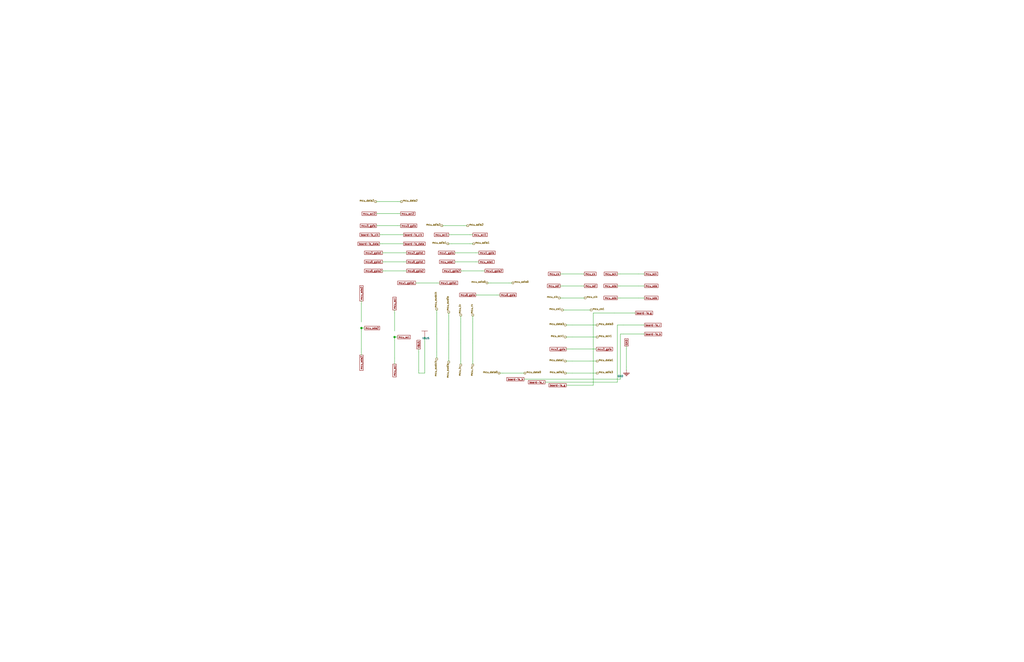
<source format=kicad_sch>
(kicad_sch (version 20230121) (generator jitx)
  (paper "B")
  (lib_symbols
    (symbol "VDD1P8" (power)
      (property "Reference" "#PWR" (at 35.0 60.0 0.0))
      (property "Value" "VDD1P8" (at 0.508 0.508 0.0))
      (symbol "VDD1P8_1_0"
        (pin power_in line (at 0.0 0.0 0) (length 0.0) (name "VDD1P8") (number "~"))
      )
    )
    (symbol "VDDSYS" (power)
      (property "Reference" "#PWR" (at 35.0 60.0 0.0))
      (property "Value" "VDDSYS" (at 0.508 0.508 0.0))
      (symbol "VDDSYS_1_0"
        (pin power_in line (at 0.0 0.0 0) (length 0.0) (name "VDDSYS") (number "~"))
      )
    )
    (symbol "VBUS" (power)
      (property "Reference" "#PWR" (at 35.0 60.0 0.0))
      (property "Value" "VBUS" (at 0.508 0.508 0.0))
      (symbol "VBUS_1_0"
        (pin power_in line (at 0.0 0.0 0) (length 0.0) (name "VBUS") (number "~"))
      )
    )
    (symbol "VDD3P0" (power)
      (property "Reference" "#PWR" (at 35.0 60.0 0.0))
      (property "Value" "VDD3P0" (at 0.508 0.508 0.0))
      (symbol "VDD3P0_1_0"
        (pin power_in line (at 0.0 0.0 0) (length 0.0) (name "VDD3P0") (number "~"))
      )
    )
    (symbol "GND" (power)
      (property "Reference" "#PWR" (at 35.0 60.0 0.0))
      (property "Value" "GND" (at -2.54 -2.54 0.0))
      (symbol "GND_1_0"
        (pin power_in line (at 0.0 0.0 270) (length 0.0) (name "GND") (number "~"))
      )
    )
    (symbol "VDD1P8P" (power)
      (property "Reference" "#PWR" (at 35.0 60.0 0.0))
      (property "Value" "VDD1P8P" (at 0.508 0.508 0.0))
      (symbol "VDD1P8P_1_0"
        (pin power_in line (at 0.0 0.0 0) (length 0.0) (name "VDD1P8P") (number "~"))
      )
    )
    (symbol "capacitor_sym"
      (property "Reference" "U" (at 1.27 1.27 0.0))
      (property "Value" "capacitor_sym" (at 1.27 -1.27 0.0))
      (symbol "capacitor_sym_1_0"
        (pin unspecified line (at 0.0 -2.54 90) (length 0.0) (name "2") (number "~"))
        (pin unspecified line (at 0.0 2.54 270) (length 0.0) (name "1") (number "~"))
      )
    )
    (symbol "test_point_sym"
      (property "Reference" "U" (at -2.54 1.905 0.0))
      (symbol "test_point_sym_1_0"
        (pin unspecified line (at 2.54 0.0 180) (length 0.0) (name "p") (number "~"))
      )
    )
    (symbol "sym_HL_PCF_1617S39FU70GH203BC_A"
      (property "Reference" "U" (at 0.0 7.08 0.0))
      (property "Value" "sym_HL_PCF_1617S39FU70GH203BC_A" (at 0.0 6.08 0.0))
      (symbol "sym_HL_PCF_1617S39FU70GH203BC_A_1_0"
        (pin unspecified line (at 10.16 -5.08 180) (length 5.08) (name "3") (number "~"))
        (pin unspecified line (at -10.16 -5.08 0) (length 5.08) (name "4") (number "~"))
        (pin unspecified line (at -10.16 2.54 0) (length 5.08) (name "1") (number "~"))
        (pin unspecified line (at 10.16 2.54 180) (length 5.08) (name "2") (number "~"))
        (text "+" (at 3.604 -0.155 0) (effects (font (size 2.28600457200914 2.28600457200914)) (justify left)))
      )
    )
    (symbol "capacitor_sym_1"
      (property "Reference" "U" (at 1.27 1.27 0.0))
      (property "Value" "capacitor_sym_1" (at 1.27 -1.27 0.0))
      (symbol "capacitor_sym_1_1_0"
        (pin unspecified line (at 0.0 -2.54 90) (length 0.0) (name "2") (number "~"))
        (pin unspecified line (at 0.0 2.54 270) (length 0.0) (name "1") (number "~"))
      )
    )
    (symbol "capacitor_sym_2"
      (property "Reference" "U" (at 1.27 1.27 0.0))
      (property "Value" "capacitor_sym_2" (at 1.27 -1.27 0.0))
      (symbol "capacitor_sym_2_1_0"
        (pin unspecified line (at 0.0 -2.54 90) (length 0.0) (name "2") (number "~"))
        (pin unspecified line (at 0.0 2.54 270) (length 0.0) (name "1") (number "~"))
      )
    )
    (symbol "capacitor_sym_3"
      (property "Reference" "U" (at 1.27 1.27 0.0))
      (property "Value" "capacitor_sym_3" (at 1.27 -1.27 0.0))
      (symbol "capacitor_sym_3_1_0"
        (pin unspecified line (at 0.0 -2.54 90) (length 0.0) (name "2") (number "~"))
        (pin unspecified line (at 0.0 2.54 270) (length 0.0) (name "1") (number "~"))
      )
    )
    (symbol "XRCGB32M000F1H00R0"
      (property "Reference" "U" (at 0.0 4.54000508001016 0.0))
      (property "Value" "XRCGB32M000F1H00R0" (at 0.0 3.54000508001016 0.0))
      (symbol "XRCGB32M000F1H00R0_1_0"
        (pin unspecified line (at 7.62 -2.54 180) (length 2.54000508001016) (name "GND1") (number "~"))
        (pin unspecified line (at -7.62 2.54 0) (length 2.54000508001016) (name "GND0") (number "~"))
        (pin unspecified line (at 7.62 2.54 180) (length 2.54000508001016) (name "3") (number "~"))
        (pin unspecified line (at -7.62 -2.54 0) (length 2.54000508001016) (name "1") (number "~"))
      )
    )
    (symbol "capacitor_sym_4"
      (property "Reference" "U" (at 1.27 1.27 0.0))
      (property "Value" "capacitor_sym_4" (at 1.27 -1.27 0.0))
      (symbol "capacitor_sym_4_1_0"
        (pin unspecified line (at 0.0 -2.54 90) (length 0.0) (name "2") (number "~"))
        (pin unspecified line (at 0.0 2.54 270) (length 0.0) (name "1") (number "~"))
      )
    )
    (symbol "capacitor_sym_5"
      (property "Reference" "U" (at 1.27 1.27 0.0))
      (property "Value" "capacitor_sym_5" (at 1.27 -1.27 0.0))
      (symbol "capacitor_sym_5_1_0"
        (pin unspecified line (at 0.0 -2.54 90) (length 0.0) (name "1") (number "~"))
        (pin unspecified line (at 0.0 2.54 270) (length 0.0) (name "2") (number "~"))
      )
    )
    (symbol "resistor_sym"
      (property "Reference" "U" (at 1.27 1.27 0.0))
      (property "Value" "resistor_sym" (at 1.27 -1.27 0.0))
      (symbol "resistor_sym_1_0"
        (pin unspecified line (at 0.0 -2.54 90) (length 0.0) (name "2") (number "~"))
        (pin unspecified line (at 0.0 2.54 270) (length 0.0) (name "1") (number "~"))
      )
    )
    (symbol "capacitor_sym_6"
      (property "Reference" "U" (at 1.27 1.27 0.0))
      (property "Value" "capacitor_sym_6" (at 1.27 -1.27 0.0))
      (symbol "capacitor_sym_6_1_0"
        (pin unspecified line (at 0.0 -2.54 90) (length 0.0) (name "2") (number "~"))
        (pin unspecified line (at 0.0 2.54 270) (length 0.0) (name "1") (number "~"))
      )
    )
    (symbol "box_symbol_0L_6R_0T_0B"
      (property "Reference" "U" (at -6.35 10.252 0.0))
      (property "Value" "box_symbol_0L_6R_0T_0B" (at -6.35 9.19 0.0))
      (symbol "box_symbol_0L_6R_0T_0B_1_0"
        (pin unspecified line (at 8.89 -6.35 180) (length 2.54) (name "R5") (number "~"))
        (pin unspecified line (at 8.89 -3.81 180) (length 2.54) (name "R4") (number "~"))
        (pin unspecified line (at 8.89 -1.27 180) (length 2.54) (name "R3") (number "~"))
        (pin unspecified line (at 8.89 1.27 180) (length 2.54) (name "R2") (number "~"))
        (pin unspecified line (at 8.89 3.81 180) (length 2.54) (name "R1") (number "~"))
        (pin unspecified line (at 8.89 6.35 180) (length 2.54) (name "R0") (number "~"))
      )
    )
    (symbol "capacitor_sym_7"
      (property "Reference" "U" (at 1.27 1.27 0.0))
      (property "Value" "capacitor_sym_7" (at 1.27 -1.27 0.0))
      (symbol "capacitor_sym_7_1_0"
        (pin unspecified line (at 0.0 -2.54 90) (length 0.0) (name "2") (number "~"))
        (pin unspecified line (at 0.0 2.54 270) (length 0.0) (name "1") (number "~"))
      )
    )
    (symbol "resistor_sym_1"
      (property "Reference" "U" (at 1.27 1.27 0.0))
      (property "Value" "resistor_sym_1" (at 1.27 -1.27 0.0))
      (symbol "resistor_sym_1_1_0"
        (pin unspecified line (at 0.0 -2.54 90) (length 0.0) (name "2") (number "~"))
        (pin unspecified line (at 0.0 2.54 270) (length 0.0) (name "1") (number "~"))
      )
    )
    (symbol "capacitor_sym_8"
      (property "Reference" "U" (at 1.27 1.27 0.0))
      (property "Value" "capacitor_sym_8" (at 1.27 -1.27 0.0))
      (symbol "capacitor_sym_8_1_0"
        (pin unspecified line (at 0.0 -2.54 90) (length 0.0) (name "2") (number "~"))
        (pin unspecified line (at 0.0 2.54 270) (length 0.0) (name "1") (number "~"))
      )
    )
    (symbol "resistor_sym_2"
      (property "Reference" "U" (at 1.27 1.27 0.0))
      (property "Value" "resistor_sym_2" (at 1.27 -1.27 0.0))
      (symbol "resistor_sym_2_1_0"
        (pin unspecified line (at 0.0 -2.54 90) (length 0.0) (name "2") (number "~"))
        (pin unspecified line (at 0.0 2.54 270) (length 0.0) (name "1") (number "~"))
      )
    )
    (symbol "capacitor_sym_9"
      (property "Reference" "U" (at 1.27 1.27 0.0))
      (property "Value" "capacitor_sym_9" (at 1.27 -1.27 0.0))
      (symbol "capacitor_sym_9_1_0"
        (pin unspecified line (at 0.0 -2.54 90) (length 0.0) (name "2") (number "~"))
        (pin unspecified line (at 0.0 2.54 270) (length 0.0) (name "1") (number "~"))
      )
    )
    (symbol "box_symbol_3L_3R_1T_3B"
      (property "Reference" "U" (at -7.62 14.062 0.0))
      (property "Value" "box_symbol_3L_3R_1T_3B" (at -7.62 13.0 0.0))
      (symbol "box_symbol_3L_3R_1T_3B_1_0"
        (pin unspecified line (at 2.54 -15.24 90) (length 2.54) (name "B2") (number "~"))
        (pin unspecified line (at 0.0 -15.24 90) (length 2.54) (name "B1") (number "~"))
        (pin unspecified line (at -2.54 -15.24 90) (length 2.54) (name "B0") (number "~"))
        (pin unspecified line (at 0.0 15.24 270) (length 2.54) (name "T0") (number "~"))
        (pin unspecified line (at 10.16 -2.54 180) (length 2.54) (name "R2") (number "~"))
        (pin unspecified line (at 10.16 0.0 180) (length 2.54) (name "R1") (number "~"))
        (pin unspecified line (at 10.16 2.54 180) (length 2.54) (name "R0") (number "~"))
        (pin unspecified line (at -10.16 -2.54 0) (length 2.54) (name "L2") (number "~"))
        (pin unspecified line (at -10.16 0.0 0) (length 2.54) (name "L1") (number "~"))
        (pin unspecified line (at -10.16 2.54 0) (length 2.54) (name "L0") (number "~"))
      )
    )
    (symbol "capacitor_sym_10"
      (property "Reference" "U" (at 1.27 1.27 0.0))
      (property "Value" "capacitor_sym_10" (at 1.27 -1.27 0.0))
      (symbol "capacitor_sym_10_1_0"
        (pin unspecified line (at 0.0 -2.54 90) (length 0.0) (name "2") (number "~"))
        (pin unspecified line (at 0.0 2.54 270) (length 0.0) (name "1") (number "~"))
      )
    )
    (symbol "capacitor_sym_11"
      (property "Reference" "U" (at 1.27 1.27 0.0))
      (property "Value" "capacitor_sym_11" (at 1.27 -1.27 0.0))
      (symbol "capacitor_sym_11_1_0"
        (pin unspecified line (at 0.0 -2.54 90) (length 0.0) (name "1") (number "~"))
        (pin unspecified line (at 0.0 2.54 270) (length 0.0) (name "2") (number "~"))
      )
    )
    (symbol "resistor_sym_3"
      (property "Reference" "U" (at 1.27 1.27 0.0))
      (property "Value" "resistor_sym_3" (at 1.27 -1.27 0.0))
      (symbol "resistor_sym_3_1_0"
        (pin unspecified line (at 0.0 -2.54 90) (length 0.0) (name "2") (number "~"))
        (pin unspecified line (at 0.0 2.54 270) (length 0.0) (name "1") (number "~"))
      )
    )
    (symbol "capacitor_sym_12"
      (property "Reference" "U" (at 1.27 1.27 0.0))
      (property "Value" "capacitor_sym_12" (at 1.27 -1.27 0.0))
      (symbol "capacitor_sym_12_1_0"
        (pin unspecified line (at 0.0 -2.54 90) (length 0.0) (name "2") (number "~"))
        (pin unspecified line (at 0.0 2.54 270) (length 0.0) (name "1") (number "~"))
      )
    )
    (symbol "resistor_sym_4"
      (property "Reference" "U" (at 1.27 1.27 0.0))
      (property "Value" "resistor_sym_4" (at 1.27 -1.27 0.0))
      (symbol "resistor_sym_4_1_0"
        (pin unspecified line (at 0.0 -2.54 90) (length 0.0) (name "2") (number "~"))
        (pin unspecified line (at 0.0 2.54 270) (length 0.0) (name "1") (number "~"))
      )
    )
    (symbol "box_symbol_1L_0R_0T_0B"
      (property "Reference" "U" (at -6.35 3.902 0.0))
      (property "Value" "box_symbol_1L_0R_0T_0B" (at -6.35 2.84 0.0))
      (symbol "box_symbol_1L_0R_0T_0B_1_0"
        (pin unspecified line (at -8.89 0.0 0) (length 2.54) (name "L0") (number "~"))
      )
    )
    (symbol "capacitor_sym_13"
      (property "Reference" "U" (at 1.27 1.27 0.0))
      (property "Value" "capacitor_sym_13" (at 1.27 -1.27 0.0))
      (symbol "capacitor_sym_13_1_0"
        (pin unspecified line (at 0.0 -2.54 90) (length 0.0) (name "2") (number "~"))
        (pin unspecified line (at 0.0 2.54 270) (length 0.0) (name "1") (number "~"))
      )
    )
    (symbol "resistor_sym_5"
      (property "Reference" "U" (at 1.27 1.27 0.0))
      (property "Value" "resistor_sym_5" (at 1.27 -1.27 0.0))
      (symbol "resistor_sym_5_1_0"
        (pin unspecified line (at 0.0 -2.54 90) (length 0.0) (name "2") (number "~"))
        (pin unspecified line (at 0.0 2.54 270) (length 0.0) (name "1") (number "~"))
      )
    )
    (symbol "box_symbol_16L_16R_0T_0B"
      (property "Reference" "U" (at -6.35 22.952 0.0))
      (property "Value" "box_symbol_16L_16R_0T_0B" (at -6.35 21.89 0.0))
      (symbol "box_symbol_16L_16R_0T_0B_1_0"
        (pin unspecified line (at 8.89 -19.05 180) (length 2.54) (name "R15") (number "~"))
        (pin unspecified line (at 8.89 -16.51 180) (length 2.54) (name "R14") (number "~"))
        (pin unspecified line (at 8.89 -13.97 180) (length 2.54) (name "R13") (number "~"))
        (pin unspecified line (at 8.89 -11.43 180) (length 2.54) (name "R12") (number "~"))
        (pin unspecified line (at 8.89 -8.89 180) (length 2.54) (name "R11") (number "~"))
        (pin unspecified line (at 8.89 -6.35 180) (length 2.54) (name "R10") (number "~"))
        (pin unspecified line (at 8.89 -3.81 180) (length 2.54) (name "R9") (number "~"))
        (pin unspecified line (at 8.89 -1.27 180) (length 2.54) (name "R8") (number "~"))
        (pin unspecified line (at 8.89 1.27 180) (length 2.54) (name "R7") (number "~"))
        (pin unspecified line (at 8.89 3.81 180) (length 2.54) (name "R6") (number "~"))
        (pin unspecified line (at 8.89 6.35 180) (length 2.54) (name "R5") (number "~"))
        (pin unspecified line (at 8.89 8.89 180) (length 2.54) (name "R4") (number "~"))
        (pin unspecified line (at 8.89 11.43 180) (length 2.54) (name "R3") (number "~"))
        (pin unspecified line (at 8.89 13.97 180) (length 2.54) (name "R2") (number "~"))
        (pin unspecified line (at 8.89 16.51 180) (length 2.54) (name "R1") (number "~"))
        (pin unspecified line (at 8.89 19.05 180) (length 2.54) (name "R0") (number "~"))
        (pin unspecified line (at -8.89 -19.05 0) (length 2.54) (name "L15") (number "~"))
        (pin unspecified line (at -8.89 -16.51 0) (length 2.54) (name "L14") (number "~"))
        (pin unspecified line (at -8.89 -13.97 0) (length 2.54) (name "L13") (number "~"))
        (pin unspecified line (at -8.89 -11.43 0) (length 2.54) (name "L12") (number "~"))
        (pin unspecified line (at -8.89 -8.89 0) (length 2.54) (name "L11") (number "~"))
        (pin unspecified line (at -8.89 -6.35 0) (length 2.54) (name "L10") (number "~"))
        (pin unspecified line (at -8.89 -3.81 0) (length 2.54) (name "L9") (number "~"))
        (pin unspecified line (at -8.89 -1.27 0) (length 2.54) (name "L8") (number "~"))
        (pin unspecified line (at -8.89 1.27 0) (length 2.54) (name "L7") (number "~"))
        (pin unspecified line (at -8.89 3.81 0) (length 2.54) (name "L6") (number "~"))
        (pin unspecified line (at -8.89 6.35 0) (length 2.54) (name "L5") (number "~"))
        (pin unspecified line (at -8.89 8.89 0) (length 2.54) (name "L4") (number "~"))
        (pin unspecified line (at -8.89 11.43 0) (length 2.54) (name "L3") (number "~"))
        (pin unspecified line (at -8.89 13.97 0) (length 2.54) (name "L2") (number "~"))
        (pin unspecified line (at -8.89 16.51 0) (length 2.54) (name "L1") (number "~"))
        (pin unspecified line (at -8.89 19.05 0) (length 2.54) (name "L0") (number "~"))
      )
    )
    (symbol "box_symbol_8L_0R_0T_0B"
      (property "Reference" "U" (at -7.62 12.792 0.0))
      (property "Value" "box_symbol_8L_0R_0T_0B" (at -7.62 11.73 0.0))
      (symbol "box_symbol_8L_0R_0T_0B_1_0"
        (pin unspecified line (at -10.16 -8.89 0) (length 2.54) (name "L7") (number "~"))
        (pin unspecified line (at -10.16 -6.35 0) (length 2.54) (name "L6") (number "~"))
        (pin unspecified line (at -10.16 -3.81 0) (length 2.54) (name "L5") (number "~"))
        (pin unspecified line (at -10.16 -1.27 0) (length 2.54) (name "L4") (number "~"))
        (pin unspecified line (at -10.16 1.27 0) (length 2.54) (name "L3") (number "~"))
        (pin unspecified line (at -10.16 3.81 0) (length 2.54) (name "L2") (number "~"))
        (pin unspecified line (at -10.16 6.35 0) (length 2.54) (name "L1") (number "~"))
        (pin unspecified line (at -10.16 8.89 0) (length 2.54) (name "L0") (number "~"))
      )
    )
    (symbol "capacitor_sym_14"
      (property "Reference" "U" (at 1.27 1.27 0.0))
      (property "Value" "capacitor_sym_14" (at 1.27 -1.27 0.0))
      (symbol "capacitor_sym_14_1_0"
        (pin unspecified line (at 0.0 -2.54 90) (length 0.0) (name "2") (number "~"))
        (pin unspecified line (at 0.0 2.54 270) (length 0.0) (name "1") (number "~"))
      )
    )
    (symbol "capacitor_sym_15"
      (property "Reference" "U" (at 1.27 1.27 0.0))
      (property "Value" "capacitor_sym_15" (at 1.27 -1.27 0.0))
      (symbol "capacitor_sym_15_1_0"
        (pin unspecified line (at 0.0 -2.54 90) (length 0.0) (name "2") (number "~"))
        (pin unspecified line (at 0.0 2.54 270) (length 0.0) (name "1") (number "~"))
      )
    )
    (symbol "resistor_sym_6"
      (property "Reference" "U" (at 1.27 1.27 0.0))
      (property "Value" "resistor_sym_6" (at 1.27 -1.27 0.0))
      (symbol "resistor_sym_6_1_0"
        (pin unspecified line (at 0.0 -2.54 90) (length 0.0) (name "2") (number "~"))
        (pin unspecified line (at 0.0 2.54 270) (length 0.0) (name "1") (number "~"))
      )
    )
    (symbol "resistor_sym_7"
      (property "Reference" "U" (at 1.27 1.27 0.0))
      (property "Value" "resistor_sym_7" (at 1.27 -1.27 0.0))
      (symbol "resistor_sym_7_1_0"
        (pin unspecified line (at 0.0 -2.54 90) (length 0.0) (name "2") (number "~"))
        (pin unspecified line (at 0.0 2.54 270) (length 0.0) (name "1") (number "~"))
      )
    )
    (symbol "capacitor_sym_16"
      (property "Reference" "U" (at 1.27 1.27 0.0))
      (property "Value" "capacitor_sym_16" (at 1.27 -1.27 0.0))
      (symbol "capacitor_sym_16_1_0"
        (pin unspecified line (at 0.0 -2.54 90) (length 0.0) (name "2") (number "~"))
        (pin unspecified line (at 0.0 2.54 270) (length 0.0) (name "1") (number "~"))
      )
    )
    (symbol "capacitor_sym_17"
      (property "Reference" "U" (at 1.27 1.27 0.0))
      (property "Value" "capacitor_sym_17" (at 1.27 -1.27 0.0))
      (symbol "capacitor_sym_17_1_0"
        (pin unspecified line (at 0.0 -2.54 90) (length 0.0) (name "2") (number "~"))
        (pin unspecified line (at 0.0 2.54 270) (length 0.0) (name "1") (number "~"))
      )
    )
    (symbol "capacitor_sym_18"
      (property "Reference" "U" (at 1.27 1.27 0.0))
      (property "Value" "capacitor_sym_18" (at 1.27 -1.27 0.0))
      (symbol "capacitor_sym_18_1_0"
        (pin unspecified line (at 0.0 -2.54 90) (length 0.0) (name "2") (number "~"))
        (pin unspecified line (at 0.0 2.54 270) (length 0.0) (name "1") (number "~"))
      )
    )
    (symbol "resistor_sym_8"
      (property "Reference" "U" (at 1.27 1.27 0.0))
      (property "Value" "resistor_sym_8" (at 1.27 -1.27 0.0))
      (symbol "resistor_sym_8_1_0"
        (pin unspecified line (at 0.0 -2.54 90) (length 0.0) (name "2") (number "~"))
        (pin unspecified line (at 0.0 2.54 270) (length 0.0) (name "1") (number "~"))
      )
    )
    (symbol "Johanson2450AT18D0100_STD_R"
      (property "Reference" "U" (at -3.8735 5.4435 0.0))
      (symbol "Johanson2450AT18D0100_STD_R_1_0"
        (pin unspecified line (at 0.0 -3.81 90) (length 3.81) (name "ANT") (number "~"))
        (pin unspecified line (at 8.89 -3.81 180) (length 2.54) (name "GND") (number "~"))
      )
    )
    (symbol "capacitor_sym_19"
      (property "Reference" "U" (at 1.27 1.27 0.0))
      (property "Value" "capacitor_sym_19" (at 1.27 -1.27 0.0))
      (symbol "capacitor_sym_19_1_0"
        (pin unspecified line (at 0.0 -2.54 90) (length 0.0) (name "2") (number "~"))
        (pin unspecified line (at 0.0 2.54 270) (length 0.0) (name "1") (number "~"))
      )
    )
    (symbol "resistor_sym_9"
      (property "Reference" "U" (at 1.27 1.27 0.0))
      (property "Value" "resistor_sym_9" (at 1.27 -1.27 0.0))
      (symbol "resistor_sym_9_1_0"
        (pin unspecified line (at 0.0 -2.54 90) (length 0.0) (name "2") (number "~"))
        (pin unspecified line (at 0.0 2.54 270) (length 0.0) (name "1") (number "~"))
      )
    )
    (symbol "USB3100_XX_X_REVB"
      (property "Reference" "U" (at -5.087 10.683 0.0))
      (property "Value" "USB3100_XX_X_REVB" (at -5.086 -12.716 0.0))
      (symbol "USB3100_XX_X_REVB_1_0"
        (pin unspecified line (at -10.16 -7.62 0) (length 5.08) (name "SHIELD") (number "~"))
        (pin unspecified line (at -10.16 -2.54 0) (length 5.08) (name "GND") (number "~"))
        (pin unspecified line (at -10.16 0.0 0) (length 5.08) (name "ID") (number "~"))
        (pin unspecified line (at -10.16 2.54 0) (length 5.08) (name "D+") (number "~"))
        (pin unspecified line (at -10.16 5.08 0) (length 5.08) (name "D-") (number "~"))
        (pin unspecified line (at -10.16 7.62 0) (length 5.08) (name "VBUS") (number "~"))
      )
    )
    (symbol "resistor_sym_10"
      (property "Reference" "U" (at 1.27 1.27 0.0))
      (property "Value" "resistor_sym_10" (at 1.27 -1.27 0.0))
      (symbol "resistor_sym_10_1_0"
        (pin unspecified line (at 0.0 -2.54 90) (length 0.0) (name "2") (number "~"))
        (pin unspecified line (at 0.0 2.54 270) (length 0.0) (name "1") (number "~"))
      )
    )
    (symbol "capacitor_sym_20"
      (property "Reference" "U" (at 1.27 1.27 0.0))
      (property "Value" "capacitor_sym_20" (at 1.27 -1.27 0.0))
      (symbol "capacitor_sym_20_1_0"
        (pin unspecified line (at 0.0 -2.54 90) (length 0.0) (name "2") (number "~"))
        (pin unspecified line (at 0.0 2.54 270) (length 0.0) (name "1") (number "~"))
      )
    )
    (symbol "resistor_sym_11"
      (property "Reference" "U" (at 1.27 1.27 0.0))
      (property "Value" "resistor_sym_11" (at 1.27 -1.27 0.0))
      (symbol "resistor_sym_11_1_0"
        (pin unspecified line (at 0.0 -2.54 90) (length 0.0) (name "2") (number "~"))
        (pin unspecified line (at 0.0 2.54 270) (length 0.0) (name "1") (number "~"))
      )
    )
    (symbol "capacitor_sym_21"
      (property "Reference" "U" (at 1.27 1.27 0.0))
      (property "Value" "capacitor_sym_21" (at 1.27 -1.27 0.0))
      (symbol "capacitor_sym_21_1_0"
        (pin unspecified line (at 0.0 -2.54 90) (length 0.0) (name "2") (number "~"))
        (pin unspecified line (at 0.0 2.54 270) (length 0.0) (name "1") (number "~"))
      )
    )
    (symbol "box_symbol_3L_3R_1T_2B"
      (property "Reference" "U" (at -6.35 10.252 0.0))
      (property "Value" "box_symbol_3L_3R_1T_2B" (at -6.35 9.19 0.0))
      (symbol "box_symbol_3L_3R_1T_2B_1_0"
        (pin unspecified line (at 1.27 -11.43 90) (length 2.54) (name "B1") (number "~"))
        (pin unspecified line (at -1.27 -11.43 90) (length 2.54) (name "B0") (number "~"))
        (pin unspecified line (at 0.0 11.43 270) (length 2.54) (name "T0") (number "~"))
        (pin unspecified line (at 8.89 -2.54 180) (length 2.54) (name "R2") (number "~"))
        (pin unspecified line (at 8.89 0.0 180) (length 2.54) (name "R1") (number "~"))
        (pin unspecified line (at 8.89 2.54 180) (length 2.54) (name "R0") (number "~"))
        (pin unspecified line (at -8.89 -2.54 0) (length 2.54) (name "L2") (number "~"))
        (pin unspecified line (at -8.89 0.0 0) (length 2.54) (name "L1") (number "~"))
        (pin unspecified line (at -8.89 2.54 0) (length 2.54) (name "L0") (number "~"))
      )
    )
    (symbol "box_symbol_15L_0R_0T_0B"
      (property "Reference" "U" (at -6.35 21.682 0.0))
      (property "Value" "box_symbol_15L_0R_0T_0B" (at -6.35 20.62 0.0))
      (symbol "box_symbol_15L_0R_0T_0B_1_0"
        (pin unspecified line (at -8.89 -17.78 0) (length 2.54) (name "L14") (number "~"))
        (pin unspecified line (at -8.89 -15.24 0) (length 2.54) (name "L13") (number "~"))
        (pin unspecified line (at -8.89 -12.7 0) (length 2.54) (name "L12") (number "~"))
        (pin unspecified line (at -8.89 -10.16 0) (length 2.54) (name "L11") (number "~"))
        (pin unspecified line (at -8.89 -7.62 0) (length 2.54) (name "L10") (number "~"))
        (pin unspecified line (at -8.89 -5.08 0) (length 2.54) (name "L9") (number "~"))
        (pin unspecified line (at -8.89 -2.54 0) (length 2.54) (name "L8") (number "~"))
        (pin unspecified line (at -8.89 0.0 0) (length 2.54) (name "L7") (number "~"))
        (pin unspecified line (at -8.89 2.54 0) (length 2.54) (name "L6") (number "~"))
        (pin unspecified line (at -8.89 5.08 0) (length 2.54) (name "L5") (number "~"))
        (pin unspecified line (at -8.89 7.62 0) (length 2.54) (name "L4") (number "~"))
        (pin unspecified line (at -8.89 10.16 0) (length 2.54) (name "L3") (number "~"))
        (pin unspecified line (at -8.89 12.7 0) (length 2.54) (name "L2") (number "~"))
        (pin unspecified line (at -8.89 15.24 0) (length 2.54) (name "L1") (number "~"))
        (pin unspecified line (at -8.89 17.78 0) (length 2.54) (name "L0") (number "~"))
      )
    )
    (symbol "capacitor_sym_22"
      (property "Reference" "U" (at 1.27 1.27 0.0))
      (property "Value" "capacitor_sym_22" (at 1.27 -1.27 0.0))
      (symbol "capacitor_sym_22_1_0"
        (pin unspecified line (at 0.0 -2.54 90) (length 0.0) (name "2") (number "~"))
        (pin unspecified line (at 0.0 2.54 270) (length 0.0) (name "1") (number "~"))
      )
    )
    (symbol "resistor_sym_12"
      (property "Reference" "U" (at 1.27 1.27 0.0))
      (property "Value" "resistor_sym_12" (at 1.27 -1.27 0.0))
      (symbol "resistor_sym_12_1_0"
        (pin unspecified line (at 0.0 -2.54 90) (length 0.0) (name "2") (number "~"))
        (pin unspecified line (at 0.0 2.54 270) (length 0.0) (name "1") (number "~"))
      )
    )
    (symbol "capacitor_sym_23"
      (property "Reference" "U" (at 1.27 1.27 0.0))
      (property "Value" "capacitor_sym_23" (at 1.27 -1.27 0.0))
      (symbol "capacitor_sym_23_1_0"
        (pin unspecified line (at 0.0 -2.54 90) (length 0.0) (name "2") (number "~"))
        (pin unspecified line (at 0.0 2.54 270) (length 0.0) (name "1") (number "~"))
      )
    )
    (symbol "box_symbol_8L_12R_11T_3B"
      (property "Reference" "U" (at -24.13 26.762 0.0))
      (property "Value" "box_symbol_8L_12R_11T_3B" (at -24.13 25.7 0.0))
      (symbol "box_symbol_8L_12R_11T_3B_1_0"
        (pin unspecified line (at 2.54 -27.94 90) (length 2.54) (name "B2") (number "~"))
        (pin unspecified line (at 0.0 -27.94 90) (length 2.54) (name "B1") (number "~"))
        (pin unspecified line (at -2.54 -27.94 90) (length 2.54) (name "B0") (number "~"))
        (pin unspecified line (at 12.7 27.94 270) (length 2.54) (name "T10") (number "~"))
        (pin unspecified line (at 10.16 27.94 270) (length 2.54) (name "T9") (number "~"))
        (pin unspecified line (at 7.62 27.94 270) (length 2.54) (name "T8") (number "~"))
        (pin unspecified line (at 5.08 27.94 270) (length 2.54) (name "T7") (number "~"))
        (pin unspecified line (at 2.54 27.94 270) (length 2.54) (name "T6") (number "~"))
        (pin unspecified line (at 0.0 27.94 270) (length 2.54) (name "T5") (number "~"))
        (pin unspecified line (at -2.54 27.94 270) (length 2.54) (name "T4") (number "~"))
        (pin unspecified line (at -5.08 27.94 270) (length 2.54) (name "T3") (number "~"))
        (pin unspecified line (at -7.62 27.94 270) (length 2.54) (name "T2") (number "~"))
        (pin unspecified line (at -10.16 27.94 270) (length 2.54) (name "T1") (number "~"))
        (pin unspecified line (at -12.7 27.94 270) (length 2.54) (name "T0") (number "~"))
        (pin unspecified line (at 26.67 -13.97 180) (length 2.54) (name "R11") (number "~"))
        (pin unspecified line (at 26.67 -11.43 180) (length 2.54) (name "R10") (number "~"))
        (pin unspecified line (at 26.67 -8.89 180) (length 2.54) (name "R9") (number "~"))
        (pin unspecified line (at 26.67 -6.35 180) (length 2.54) (name "R8") (number "~"))
        (pin unspecified line (at 26.67 -3.81 180) (length 2.54) (name "R7") (number "~"))
        (pin unspecified line (at 26.67 -1.27 180) (length 2.54) (name "R6") (number "~"))
        (pin unspecified line (at 26.67 1.27 180) (length 2.54) (name "R5") (number "~"))
        (pin unspecified line (at 26.67 3.81 180) (length 2.54) (name "R4") (number "~"))
        (pin unspecified line (at 26.67 6.35 180) (length 2.54) (name "R3") (number "~"))
        (pin unspecified line (at 26.67 8.89 180) (length 2.54) (name "R2") (number "~"))
        (pin unspecified line (at 26.67 11.43 180) (length 2.54) (name "R1") (number "~"))
        (pin unspecified line (at 26.67 13.97 180) (length 2.54) (name "R0") (number "~"))
        (pin unspecified line (at -26.67 -8.89 0) (length 2.54) (name "L7") (number "~"))
        (pin unspecified line (at -26.67 -6.35 0) (length 2.54) (name "L6") (number "~"))
        (pin unspecified line (at -26.67 -3.81 0) (length 2.54) (name "L5") (number "~"))
        (pin unspecified line (at -26.67 -1.27 0) (length 2.54) (name "L4") (number "~"))
        (pin unspecified line (at -26.67 1.27 0) (length 2.54) (name "L3") (number "~"))
        (pin unspecified line (at -26.67 3.81 0) (length 2.54) (name "L2") (number "~"))
        (pin unspecified line (at -26.67 6.35 0) (length 2.54) (name "L1") (number "~"))
        (pin unspecified line (at -26.67 8.89 0) (length 2.54) (name "L0") (number "~"))
      )
    )
    (symbol "box_symbol_4L_2R_2T_1B"
      (property "Reference" "U" (at -11.43 11.522 0.0))
      (property "Value" "box_symbol_4L_2R_2T_1B" (at -11.43 10.46 0.0))
      (symbol "box_symbol_4L_2R_2T_1B_1_0"
        (pin unspecified line (at 0.0 -12.7 90) (length 2.54) (name "B0") (number "~"))
        (pin unspecified line (at 1.27 12.7 270) (length 2.54) (name "T1") (number "~"))
        (pin unspecified line (at -1.27 12.7 270) (length 2.54) (name "T0") (number "~"))
        (pin unspecified line (at 13.97 -1.27 180) (length 2.54) (name "R1") (number "~"))
        (pin unspecified line (at 13.97 1.27 180) (length 2.54) (name "R0") (number "~"))
        (pin unspecified line (at -13.97 -3.81 0) (length 2.54) (name "L3") (number "~"))
        (pin unspecified line (at -13.97 -1.27 0) (length 2.54) (name "L2") (number "~"))
        (pin unspecified line (at -13.97 1.27 0) (length 2.54) (name "L1") (number "~"))
        (pin unspecified line (at -13.97 3.81 0) (length 2.54) (name "L0") (number "~"))
      )
    )
    (symbol "capacitor_sym_24"
      (property "Reference" "U" (at 1.27 1.27 0.0))
      (property "Value" "capacitor_sym_24" (at 1.27 -1.27 0.0))
      (symbol "capacitor_sym_24_1_0"
        (pin unspecified line (at 0.0 -2.54 90) (length 0.0) (name "2") (number "~"))
        (pin unspecified line (at 0.0 2.54 270) (length 0.0) (name "1") (number "~"))
      )
    )
    (symbol "resistor_sym_13"
      (property "Reference" "U" (at 1.27 1.27 0.0))
      (property "Value" "resistor_sym_13" (at 1.27 -1.27 0.0))
      (symbol "resistor_sym_13_1_0"
        (pin unspecified line (at 0.0 -2.54 90) (length 0.0) (name "2") (number "~"))
        (pin unspecified line (at 0.0 2.54 270) (length 0.0) (name "1") (number "~"))
      )
    )
    (symbol "capacitor_sym_25"
      (property "Reference" "U" (at 1.27 1.27 0.0))
      (property "Value" "capacitor_sym_25" (at 1.27 -1.27 0.0))
      (symbol "capacitor_sym_25_1_0"
        (pin unspecified line (at 0.0 -2.54 90) (length 0.0) (name "2") (number "~"))
        (pin unspecified line (at 0.0 2.54 270) (length 0.0) (name "1") (number "~"))
      )
    )
    (symbol "TPD4S012DRYR"
      (property "Reference" "U" (at 0.0 6.19100838201676 0.0))
      (property "Value" "TPD4S012DRYR" (at 0.0 5.19100838201676 0.0))
      (symbol "TPD4S012DRYR_1_0"
        (pin unspecified line (at 8.89 2.54 180) (length 2.54000508001016) (name "VBUS") (number "~"))
        (pin unspecified line (at 8.89 0.0 180) (length 2.54000508001016) (name "NC") (number "~"))
        (pin unspecified line (at 8.89 -2.54 180) (length 2.54000508001016) (name "GND") (number "~"))
        (pin unspecified line (at -8.89 -2.54 0) (length 2.54000508001016) (name "ID") (number "~"))
        (pin unspecified line (at -8.89 0.0 0) (length 2.54000508001016) (name "D-") (number "~"))
        (pin unspecified line (at -8.89 2.54 0) (length 2.54000508001016) (name "D+") (number "~"))
      )
    )
    (symbol "capacitor_sym_26"
      (property "Reference" "U" (at 1.27 1.27 0.0))
      (property "Value" "capacitor_sym_26" (at 1.27 -1.27 0.0))
      (symbol "capacitor_sym_26_1_0"
        (pin unspecified line (at 0.0 -2.54 90) (length 0.0) (name "2") (number "~"))
        (pin unspecified line (at 0.0 2.54 270) (length 0.0) (name "1") (number "~"))
      )
    )
    (symbol "box_symbol_0L_1R_0T_7B"
      (property "Reference" "U" (at -10.16 10.252 0.0))
      (property "Value" "box_symbol_0L_1R_0T_7B" (at -10.16 9.19 0.0))
      (symbol "box_symbol_0L_1R_0T_7B_1_0"
        (pin unspecified line (at 7.62 -11.43 90) (length 2.54) (name "B6") (number "~"))
        (pin unspecified line (at 5.08 -11.43 90) (length 2.54) (name "B5") (number "~"))
        (pin unspecified line (at 2.54 -11.43 90) (length 2.54) (name "B4") (number "~"))
        (pin unspecified line (at 0.0 -11.43 90) (length 2.54) (name "B3") (number "~"))
        (pin unspecified line (at -2.54 -11.43 90) (length 2.54) (name "B2") (number "~"))
        (pin unspecified line (at -5.08 -11.43 90) (length 2.54) (name "B1") (number "~"))
        (pin unspecified line (at -7.62 -11.43 90) (length 2.54) (name "B0") (number "~"))
        (pin unspecified line (at 12.7 0.0 180) (length 2.54) (name "R0") (number "~"))
      )
    )
    (symbol "resistor_sym_14"
      (property "Reference" "U" (at 1.27 1.27 0.0))
      (property "Value" "resistor_sym_14" (at 1.27 -1.27 0.0))
      (symbol "resistor_sym_14_1_0"
        (pin unspecified line (at 0.0 -2.54 90) (length 0.0) (name "2") (number "~"))
        (pin unspecified line (at 0.0 2.54 270) (length 0.0) (name "1") (number "~"))
      )
    )
    (symbol "capacitor_sym_27"
      (property "Reference" "U" (at 1.27 1.27 0.0))
      (property "Value" "capacitor_sym_27" (at 1.27 -1.27 0.0))
      (symbol "capacitor_sym_27_1_0"
        (pin unspecified line (at 0.0 -2.54 90) (length 0.0) (name "2") (number "~"))
        (pin unspecified line (at 0.0 2.54 270) (length 0.0) (name "1") (number "~"))
      )
    )
    (symbol "inductor_sym"
      (property "Reference" "U" (at 1.27 1.27 0.0))
      (property "Value" "inductor_sym" (at 1.27 -1.27 0.0))
      (symbol "inductor_sym_1_0"
        (pin unspecified line (at 0.0 -2.54 90) (length 0.0) (name "2") (number "~"))
        (pin unspecified line (at 0.0 2.54 270) (length 0.0) (name "1") (number "~"))
      )
    )
    (symbol "capacitor_sym_28"
      (property "Reference" "U" (at 1.27 1.27 0.0))
      (property "Value" "capacitor_sym_28" (at 1.27 -1.27 0.0))
      (symbol "capacitor_sym_28_1_0"
        (pin unspecified line (at 0.0 -2.54 90) (length 0.0) (name "2") (number "~"))
        (pin unspecified line (at 0.0 2.54 270) (length 0.0) (name "1") (number "~"))
      )
    )
    (symbol "capacitor_sym_29"
      (property "Reference" "U" (at 1.27 1.27 0.0))
      (property "Value" "capacitor_sym_29" (at 1.27 -1.27 0.0))
      (symbol "capacitor_sym_29_1_0"
        (pin unspecified line (at 0.0 -2.54 90) (length 0.0) (name "2") (number "~"))
        (pin unspecified line (at 0.0 2.54 270) (length 0.0) (name "1") (number "~"))
      )
    )
    (symbol "box_symbol_0L_0R_14T_13B"
      (property "Reference" "U" (at -31.75 12.792 0.0))
      (property "Value" "box_symbol_0L_0R_14T_13B" (at -31.75 11.73 0.0))
      (symbol "box_symbol_0L_0R_14T_13B_1_0"
        (pin unspecified line (at 15.24 -13.97 90) (length 2.54) (name "B12") (number "~"))
        (pin unspecified line (at 12.7 -13.97 90) (length 2.54) (name "B11") (number "~"))
        (pin unspecified line (at 10.16 -13.97 90) (length 2.54) (name "B10") (number "~"))
        (pin unspecified line (at 7.62 -13.97 90) (length 2.54) (name "B9") (number "~"))
        (pin unspecified line (at 5.08 -13.97 90) (length 2.54) (name "B8") (number "~"))
        (pin unspecified line (at 2.54 -13.97 90) (length 2.54) (name "B7") (number "~"))
        (pin unspecified line (at 0.0 -13.97 90) (length 2.54) (name "B6") (number "~"))
        (pin unspecified line (at -2.54 -13.97 90) (length 2.54) (name "B5") (number "~"))
        (pin unspecified line (at -5.08 -13.97 90) (length 2.54) (name "B4") (number "~"))
        (pin unspecified line (at -7.62 -13.97 90) (length 2.54) (name "B3") (number "~"))
        (pin unspecified line (at -10.16 -13.97 90) (length 2.54) (name "B2") (number "~"))
        (pin unspecified line (at -12.7 -13.97 90) (length 2.54) (name "B1") (number "~"))
        (pin unspecified line (at -15.24 -13.97 90) (length 2.54) (name "B0") (number "~"))
        (pin unspecified line (at 15.24 13.97 270) (length 2.54) (name "T13") (number "~"))
        (pin unspecified line (at 12.7 13.97 270) (length 2.54) (name "T12") (number "~"))
        (pin unspecified line (at 10.16 13.97 270) (length 2.54) (name "T11") (number "~"))
        (pin unspecified line (at 7.62 13.97 270) (length 2.54) (name "T10") (number "~"))
        (pin unspecified line (at 5.08 13.97 270) (length 2.54) (name "T9") (number "~"))
        (pin unspecified line (at 2.54 13.97 270) (length 2.54) (name "T8") (number "~"))
        (pin unspecified line (at 0.0 13.97 270) (length 2.54) (name "T7") (number "~"))
        (pin unspecified line (at -2.54 13.97 270) (length 2.54) (name "T6") (number "~"))
        (pin unspecified line (at -5.08 13.97 270) (length 2.54) (name "T5") (number "~"))
        (pin unspecified line (at -7.62 13.97 270) (length 2.54) (name "T4") (number "~"))
        (pin unspecified line (at -10.16 13.97 270) (length 2.54) (name "T3") (number "~"))
        (pin unspecified line (at -12.7 13.97 270) (length 2.54) (name "T2") (number "~"))
        (pin unspecified line (at -15.24 13.97 270) (length 2.54) (name "T1") (number "~"))
        (pin unspecified line (at -17.78 13.97 270) (length 2.54) (name "T0") (number "~"))
      )
    )
    (symbol "capacitor_sym_30"
      (property "Reference" "U" (at 1.27 1.27 0.0))
      (property "Value" "capacitor_sym_30" (at 1.27 -1.27 0.0))
      (symbol "capacitor_sym_30_1_0"
        (pin unspecified line (at 0.0 -2.54 90) (length 0.0) (name "2") (number "~"))
        (pin unspecified line (at 0.0 2.54 270) (length 0.0) (name "1") (number "~"))
      )
    )
    (symbol "capacitor_sym_31"
      (property "Reference" "U" (at 1.27 1.27 0.0))
      (property "Value" "capacitor_sym_31" (at 1.27 -1.27 0.0))
      (symbol "capacitor_sym_31_1_0"
        (pin unspecified line (at 0.0 -2.54 90) (length 0.0) (name "2") (number "~"))
        (pin unspecified line (at 0.0 2.54 270) (length 0.0) (name "1") (number "~"))
      )
    )
    (symbol "sym_EVP_BB4A9B000"
      (property "Reference" "U" (at 0.0 4.27 0.0))
      (property "Value" "sym_EVP_BB4A9B000" (at 0.0 3.27 0.0))
      (symbol "sym_EVP_BB4A9B000_1_0"
        (pin unspecified line (at 7.62 1.27 180) (length 2.54) (name "B") (number "~"))
        (pin unspecified line (at 7.62 -3.81 180) (length 2.54) (name "B1") (number "~"))
        (pin unspecified line (at -7.62 1.27 0) (length 2.54) (name "A") (number "~"))
        (pin unspecified line (at -7.62 -3.81 0) (length 2.54) (name "A1") (number "~"))
      )
    )
    (symbol "capacitor_sym_32"
      (property "Reference" "U" (at 1.27 1.27 0.0))
      (property "Value" "capacitor_sym_32" (at 1.27 -1.27 0.0))
      (symbol "capacitor_sym_32_1_0"
        (pin unspecified line (at 0.0 -2.54 90) (length 0.0) (name "2") (number "~"))
        (pin unspecified line (at 0.0 2.54 270) (length 0.0) (name "1") (number "~"))
      )
    )
    (symbol "ALTIUM_POWER_BAR"
      (property "Value" "ALTIUM_POWER_BAR" (at 0.508 0.508 0.0))
      (symbol "ALTIUM_POWER_BAR_1_0"
        (pin unspecified line (at 0.0 0.0 0) (length 0.0) (name "0") (number "~"))
      )
    )
    (symbol "box_symbol_6L_9R_2T_2B"
      (property "Reference" "U" (at -11.43 19.142 0.0))
      (property "Value" "box_symbol_6L_9R_2T_2B" (at -11.43 18.08 0.0))
      (symbol "box_symbol_6L_9R_2T_2B_1_0"
        (pin unspecified line (at 1.27 -20.32 90) (length 2.54) (name "B1") (number "~"))
        (pin unspecified line (at -1.27 -20.32 90) (length 2.54) (name "B0") (number "~"))
        (pin unspecified line (at 1.27 20.32 270) (length 2.54) (name "T1") (number "~"))
        (pin unspecified line (at -1.27 20.32 270) (length 2.54) (name "T0") (number "~"))
        (pin unspecified line (at 13.97 -10.16 180) (length 2.54) (name "R8") (number "~"))
        (pin unspecified line (at 13.97 -7.62 180) (length 2.54) (name "R7") (number "~"))
        (pin unspecified line (at 13.97 -5.08 180) (length 2.54) (name "R6") (number "~"))
        (pin unspecified line (at 13.97 -2.54 180) (length 2.54) (name "R5") (number "~"))
        (pin unspecified line (at 13.97 0.0 180) (length 2.54) (name "R4") (number "~"))
        (pin unspecified line (at 13.97 2.54 180) (length 2.54) (name "R3") (number "~"))
        (pin unspecified line (at 13.97 5.08 180) (length 2.54) (name "R2") (number "~"))
        (pin unspecified line (at 13.97 7.62 180) (length 2.54) (name "R1") (number "~"))
        (pin unspecified line (at 13.97 10.16 180) (length 2.54) (name "R0") (number "~"))
        (pin unspecified line (at -13.97 -6.35 0) (length 2.54) (name "L5") (number "~"))
        (pin unspecified line (at -13.97 -3.81 0) (length 2.54) (name "L4") (number "~"))
        (pin unspecified line (at -13.97 -1.27 0) (length 2.54) (name "L3") (number "~"))
        (pin unspecified line (at -13.97 1.27 0) (length 2.54) (name "L2") (number "~"))
        (pin unspecified line (at -13.97 3.81 0) (length 2.54) (name "L1") (number "~"))
        (pin unspecified line (at -13.97 6.35 0) (length 2.54) (name "L0") (number "~"))
      )
    )
    (symbol "box_symbol_2L_9R_2T_1B"
      (property "Reference" "U" (at -11.43 19.142 0.0))
      (property "Value" "box_symbol_2L_9R_2T_1B" (at -11.43 18.08 0.0))
      (symbol "box_symbol_2L_9R_2T_1B_1_0"
        (pin unspecified line (at 0.0 -20.32 90) (length 2.54) (name "B0") (number "~"))
        (pin unspecified line (at 1.27 20.32 270) (length 2.54) (name "T1") (number "~"))
        (pin unspecified line (at -1.27 20.32 270) (length 2.54) (name "T0") (number "~"))
        (pin unspecified line (at 13.97 -10.16 180) (length 2.54) (name "R8") (number "~"))
        (pin unspecified line (at 13.97 -7.62 180) (length 2.54) (name "R7") (number "~"))
        (pin unspecified line (at 13.97 -5.08 180) (length 2.54) (name "R6") (number "~"))
        (pin unspecified line (at 13.97 -2.54 180) (length 2.54) (name "R5") (number "~"))
        (pin unspecified line (at 13.97 0.0 180) (length 2.54) (name "R4") (number "~"))
        (pin unspecified line (at 13.97 2.54 180) (length 2.54) (name "R3") (number "~"))
        (pin unspecified line (at 13.97 5.08 180) (length 2.54) (name "R2") (number "~"))
        (pin unspecified line (at 13.97 7.62 180) (length 2.54) (name "R1") (number "~"))
        (pin unspecified line (at 13.97 10.16 180) (length 2.54) (name "R0") (number "~"))
        (pin unspecified line (at -13.97 -1.27 0) (length 2.54) (name "L1") (number "~"))
        (pin unspecified line (at -13.97 1.27 0) (length 2.54) (name "L0") (number "~"))
      )
    )
    (symbol "ALTIUM_POWER_GND_POWER"
      (property "Value" "ALTIUM_POWER_GND_POWER" (at 2.54 -1.016 0.0))
      (symbol "ALTIUM_POWER_GND_POWER_1_0"
        (pin unspecified line (at 0.0 0.0 0) (length 0.0) (name "0") (number "~"))
      )
    )
    (symbol "resistor_sym_15"
      (property "Reference" "U" (at 1.27 1.27 0.0))
      (property "Value" "resistor_sym_15" (at 1.27 -1.27 0.0))
      (symbol "resistor_sym_15_1_0"
        (pin unspecified line (at 0.0 -2.54 90) (length 0.0) (name "2") (number "~"))
        (pin unspecified line (at 0.0 2.54 270) (length 0.0) (name "1") (number "~"))
      )
    )
    (symbol "capacitor_sym_33"
      (property "Reference" "U" (at 1.27 1.27 0.0))
      (property "Value" "capacitor_sym_33" (at 1.27 -1.27 0.0))
      (symbol "capacitor_sym_33_1_0"
        (pin unspecified line (at 0.0 -2.54 90) (length 0.0) (name "2") (number "~"))
        (pin unspecified line (at 0.0 2.54 270) (length 0.0) (name "1") (number "~"))
      )
    )
    (symbol "capacitor_sym_34"
      (property "Reference" "U" (at 1.27 1.27 0.0))
      (property "Value" "capacitor_sym_34" (at 1.27 -1.27 0.0))
      (symbol "capacitor_sym_34_1_0"
        (pin unspecified line (at 0.0 -2.54 90) (length 0.0) (name "2") (number "~"))
        (pin unspecified line (at 0.0 2.54 270) (length 0.0) (name "1") (number "~"))
      )
    )
    (symbol "inductor_sym_1"
      (property "Reference" "U" (at 1.27 1.27 0.0))
      (property "Value" "inductor_sym_1" (at 1.27 -1.27 0.0))
      (symbol "inductor_sym_1_1_0"
        (pin unspecified line (at 0.0 -2.54 90) (length 0.0) (name "1") (number "~"))
        (pin unspecified line (at 0.0 2.54 270) (length 0.0) (name "2") (number "~"))
      )
    )
    (symbol "resistor_sym_16"
      (property "Reference" "U" (at 1.27 1.27 0.0))
      (property "Value" "resistor_sym_16" (at 1.27 -1.27 0.0))
      (symbol "resistor_sym_16_1_0"
        (pin unspecified line (at 0.0 -2.54 90) (length 0.0) (name "2") (number "~"))
        (pin unspecified line (at 0.0 2.54 270) (length 0.0) (name "1") (number "~"))
      )
    )
    (symbol "ground_sym"
      (property "Value" "ground_sym" (at -2.54 -2.54 0.0))
      (symbol "ground_sym_1_0"
        (pin unspecified line (at 0.0 0.0 270) (length 0.0) (name "0") (number "~"))
      )
    )
    (symbol "capacitor_sym_35"
      (property "Reference" "U" (at 1.27 1.27 0.0))
      (property "Value" "capacitor_sym_35" (at 1.27 -1.27 0.0))
      (symbol "capacitor_sym_35_1_0"
        (pin unspecified line (at 0.0 -2.54 90) (length 0.0) (name "2") (number "~"))
        (pin unspecified line (at 0.0 2.54 270) (length 0.0) (name "1") (number "~"))
      )
    )
    (symbol "capacitor_sym_36"
      (property "Reference" "U" (at 1.27 1.27 0.0))
      (property "Value" "capacitor_sym_36" (at 1.27 -1.27 0.0))
      (symbol "capacitor_sym_36_1_0"
        (pin unspecified line (at 0.0 -2.54 90) (length 0.0) (name "2") (number "~"))
        (pin unspecified line (at 0.0 2.54 270) (length 0.0) (name "1") (number "~"))
      )
    )
    (symbol "capacitor_sym_37"
      (property "Reference" "U" (at 1.27 1.27 0.0))
      (property "Value" "capacitor_sym_37" (at 1.27 -1.27 0.0))
      (symbol "capacitor_sym_37_1_0"
        (pin unspecified line (at 0.0 -2.54 90) (length 0.0) (name "2") (number "~"))
        (pin unspecified line (at 0.0 2.54 270) (length 0.0) (name "1") (number "~"))
      )
    )
    (symbol "capacitor_sym_38"
      (property "Reference" "U" (at 1.27 1.27 0.0))
      (property "Value" "capacitor_sym_38" (at 1.27 -1.27 0.0))
      (symbol "capacitor_sym_38_1_0"
        (pin unspecified line (at 0.0 -2.54 90) (length 0.0) (name "2") (number "~"))
        (pin unspecified line (at 0.0 2.54 270) (length 0.0) (name "1") (number "~"))
      )
    )
    (symbol "capacitor_sym_39"
      (property "Reference" "U" (at 1.27 1.27 0.0))
      (property "Value" "capacitor_sym_39" (at 1.27 -1.27 0.0))
      (symbol "capacitor_sym_39_1_0"
        (pin unspecified line (at 0.0 -2.54 90) (length 0.0) (name "2") (number "~"))
        (pin unspecified line (at 0.0 2.54 270) (length 0.0) (name "1") (number "~"))
      )
    )
    (symbol "resistor_sym_17"
      (property "Reference" "U" (at 1.27 1.27 0.0))
      (property "Value" "resistor_sym_17" (at 1.27 -1.27 0.0))
      (symbol "resistor_sym_17_1_0"
        (pin unspecified line (at 0.0 -2.54 90) (length 0.0) (name "1") (number "~"))
        (pin unspecified line (at 0.0 2.54 270) (length 0.0) (name "2") (number "~"))
      )
    )
    (symbol "capacitor_sym_40"
      (property "Reference" "U" (at 1.27 1.27 0.0))
      (property "Value" "capacitor_sym_40" (at 1.27 -1.27 0.0))
      (symbol "capacitor_sym_40_1_0"
        (pin unspecified line (at 0.0 -2.54 90) (length 0.0) (name "2") (number "~"))
        (pin unspecified line (at 0.0 2.54 270) (length 0.0) (name "1") (number "~"))
      )
    )
    (symbol "header_symbol"
      (property "Reference" "U" (at -2.54 5.08 0.0))
      (property "Value" "header_symbol" (at -2.54 4.445 0.0))
      (symbol "header_symbol_1_0"
        (pin unspecified line (at 5.08 -2.54 180) (length 2.54) (name "6") (number "~"))
        (pin unspecified line (at -5.08 -2.54 0) (length 2.54) (name "5") (number "~"))
        (pin unspecified line (at 5.08 0.0 180) (length 2.54) (name "4") (number "~"))
        (pin unspecified line (at -5.08 0.0 0) (length 2.54) (name "3") (number "~"))
        (pin unspecified line (at 5.08 2.54 180) (length 2.54) (name "2") (number "~"))
        (pin unspecified line (at -5.08 2.54 0) (length 2.54) (name "1") (number "~"))
      )
    )
    (symbol "capacitor_sym_41"
      (property "Reference" "U" (at 1.27 1.27 0.0))
      (property "Value" "capacitor_sym_41" (at 1.27 -1.27 0.0))
      (symbol "capacitor_sym_41_1_0"
        (pin unspecified line (at 0.0 -2.54 90) (length 0.0) (name "2") (number "~"))
        (pin unspecified line (at 0.0 2.54 270) (length 0.0) (name "1") (number "~"))
      )
    )
    (symbol "my_capacitor"
      (property "Reference" "C" (at 1.27 1.27 0.0))
      (property "Value" "my_capacitor" (at 1.27 -1.27 0.0))
      (symbol "my_capacitor_1_0"
        (pin unspecified line (at 0.0 -2.54 90) (length 0.0) (name "2") (number "2"))
        (pin unspecified line (at 0.0 2.54 270) (length 0.0) (name "1") (number "1"))
      )
    )
    (symbol "C505472"
      (property "Reference" "C" (at 1.27 1.27 0.0))
      (property "Value" "C505472" (at 1.27 -1.27 0.0))
      (symbol "C505472_1_0"
        (pin unspecified line (at 0.0 -2.54 90) (length 0.0) (name "1") (number "1"))
        (pin unspecified line (at 0.0 2.54 270) (length 0.0) (name "2") (number "2"))
      )
    )
    (symbol "C513368"
      (property "Reference" "D" (at 0.0 7.08 0.0))
      (property "Value" "C513368" (at 0.0 6.08 0.0))
      (symbol "C513368_1_0"
        (pin unspecified line (at 10.16 -5.08 180) (length 5.08) (name "3") (number "3"))
        (pin unspecified line (at -10.16 -5.08 0) (length 5.08) (name "4") (number "4"))
        (pin unspecified line (at -10.16 2.54 0) (length 5.08) (name "1") (number "1"))
        (pin unspecified line (at 10.16 2.54 180) (length 5.08) (name "2") (number "2"))
        (text "+" (at 3.604 -0.155 0) (effects (font (size 2.28600457200914 2.28600457200914)) (justify left)))
      )
    )
    (symbol "my_resistor"
      (property "Reference" "R" (at 1.27 1.27 0.0))
      (property "Value" "my_resistor" (at 1.27 -1.27 0.0))
      (symbol "my_resistor_1_0"
        (pin unspecified line (at 0.0 -2.54 90) (length 0.0) (name "2") (number "2"))
        (pin unspecified line (at 0.0 2.54 270) (length 0.0) (name "1") (number "1"))
      )
    )
    (symbol "BQ51003YFPR"
      (property "Reference" "U" (at -11.43 19.142 0.0))
      (property "Value" "BQ51003YFPR" (at -11.43 18.08 0.0))
      (symbol "BQ51003YFPR_1_0"
        (pin unspecified line (at 1.27 -20.32 90) (length 2.54) (name "RECT") (number "C2"))
        (pin unspecified line (at 1.27 -20.32 90) (length 0.0) (name "RECT") (number "C3"))
        (pin unspecified line (at -1.27 -20.32 90) (length 2.54) (name "PGND") (number "A1"))
        (pin unspecified line (at -1.27 -20.32 90) (length 0.0) (name "PGND") (number "A2"))
        (pin unspecified line (at -1.27 -20.32 90) (length 0.0) (name "PGND") (number "A3"))
        (pin unspecified line (at -1.27 -20.32 90) (length 0.0) (name "PGND") (number "A4"))
        (pin unspecified line (at 1.27 20.32 270) (length 2.54) (name "BOOT2") (number "C1"))
        (pin unspecified line (at -1.27 20.32 270) (length 2.54) (name "BOOT1") (number "C4"))
        (pin unspecified line (at 13.97 -10.16 180) (length 2.54) (name "OUT") (number "D1"))
        (pin unspecified line (at 13.97 -10.16 180) (length 0.0) (name "OUT") (number "D2"))
        (pin unspecified line (at 13.97 -10.16 180) (length 0.0) (name "OUT") (number "D3"))
        (pin unspecified line (at 13.97 -10.16 180) (length 0.0) (name "OUT") (number "D4"))
        (pin unspecified line (at 13.97 -7.62 180) (length 2.54) (name "COMM2") (number "E1"))
        (pin unspecified line (at 13.97 -5.08 180) (length 2.54) (name "COMM1") (number "E4"))
        (pin unspecified line (at 13.97 -2.54 180) (length 2.54) (name "CLAMP2") (number "E2"))
        (pin unspecified line (at 13.97 0.0 180) (length 2.54) (name "CLAMP1") (number "E3"))
        (pin unspecified line (at 13.97 2.54 180) (length 2.54) (name "nCHG") (number "F4"))
        (pin unspecified line (at 13.97 5.08 180) (length 2.54) (name "nAD-EN") (number "F3"))
        (pin unspecified line (at 13.97 7.62 180) (length 2.54) (name "AC2") (number "B1"))
        (pin unspecified line (at 13.97 7.62 180) (length 0.0) (name "AC2") (number "B2"))
        (pin unspecified line (at 13.97 10.16 180) (length 2.54) (name "AC1") (number "B3"))
        (pin unspecified line (at 13.97 10.16 180) (length 0.0) (name "AC1") (number "B4"))
        (pin unspecified line (at -13.97 -6.35 0) (length 2.54) (name "TS-CTRL") (number "F1"))
        (pin unspecified line (at -13.97 -3.81 0) (length 2.54) (name "ILIM") (number "G1"))
        (pin unspecified line (at -13.97 -1.27 0) (length 2.54) (name "FOD") (number "F2"))
        (pin unspecified line (at -13.97 1.27 0) (length 2.54) (name "EN2") (number "G2"))
        (pin unspecified line (at -13.97 3.81 0) (length 2.54) (name "EN1") (number "G3"))
        (pin unspecified line (at -13.97 6.35 0) (length 2.54) (name "AD") (number "G4"))
      )
    )
    (symbol "my_capacitor_1"
      (property "Reference" "C" (at 1.27 1.27 0.0))
      (property "Value" "my_capacitor_1" (at 1.27 -1.27 0.0))
      (symbol "my_capacitor_1_1_0"
        (pin unspecified line (at 0.0 -2.54 90) (length 0.0) (name "2") (number "2"))
        (pin unspecified line (at 0.0 2.54 270) (length 0.0) (name "1") (number "1"))
      )
    )
    (symbol "Sym2450AT18D0100001E"
      (property "Reference" "U" (at -3.8735 5.4435 0.0))
      (symbol "Sym2450AT18D0100001E_1_0"
        (pin unspecified line (at 0.0 -3.81 90) (length 3.81) (name "ANT") (number "1"))
        (pin unspecified line (at 8.89 -3.81 180) (length 2.54) (name "GND") (number "2"))
        (pin unspecified line (at 8.89 -3.81 180) (length 0.0) (name "GND") (number "3"))
        (pin unspecified line (at 8.89 -3.81 180) (length 0.0) (name "GND") (number "4"))
      )
    )
    (symbol "DRV2605YZFR"
      (property "Reference" "U" (at -11.43 11.522 0.0))
      (property "Value" "DRV2605YZFR" (at -11.43 10.46 0.0))
      (symbol "DRV2605YZFR_1_0"
        (pin unspecified line (at 0.0 -12.7 90) (length 2.54) (name "GND") (number "B3"))
        (pin unspecified line (at 1.27 12.7 270) (length 2.54) (name "VDD") (number "C2"))
        (pin unspecified line (at -1.27 12.7 270) (length 2.54) (name "REG") (number "A2"))
        (pin unspecified line (at 13.97 -1.27 180) (length 2.54) (name "OUT-") (number "C3"))
        (pin unspecified line (at 13.97 1.27 180) (length 2.54) (name "OUT+") (number "A3"))
        (pin unspecified line (at -13.97 -3.81 0) (length 2.54) (name "SCL") (number "C1"))
        (pin unspecified line (at -13.97 -1.27 0) (length 2.54) (name "SDA") (number "B2"))
        (pin unspecified line (at -13.97 1.27 0) (length 2.54) (name "IN_TRIG") (number "B1"))
        (pin unspecified line (at -13.97 3.81 0) (length 2.54) (name "EN") (number "A1"))
      )
    )
    (symbol "my_capacitor_2"
      (property "Reference" "C" (at 1.27 1.27 0.0))
      (property "Value" "my_capacitor_2" (at 1.27 -1.27 0.0))
      (symbol "my_capacitor_2_1_0"
        (pin unspecified line (at 0.0 -2.54 90) (length 0.0) (name "2") (number "2"))
        (pin unspecified line (at 0.0 2.54 270) (length 0.0) (name "1") (number "1"))
      )
    )
    (symbol "my_resistor_1"
      (property "Reference" "R" (at 1.27 1.27 0.0))
      (property "Value" "my_resistor_1" (at 1.27 -1.27 0.0))
      (symbol "my_resistor_1_1_0"
        (pin unspecified line (at 0.0 -2.54 90) (length 0.0) (name "2") (number "2"))
        (pin unspecified line (at 0.0 2.54 270) (length 0.0) (name "1") (number "1"))
      )
    )
    (symbol "my_capacitor_3"
      (property "Reference" "C" (at 1.27 1.27 0.0))
      (property "Value" "my_capacitor_3" (at 1.27 -1.27 0.0))
      (symbol "my_capacitor_3_1_0"
        (pin unspecified line (at 0.0 -2.54 90) (length 0.0) (name "2") (number "2"))
        (pin unspecified line (at 0.0 2.54 270) (length 0.0) (name "1") (number "1"))
      )
    )
    (symbol "my_resistor_2"
      (property "Reference" "R" (at 1.27 1.27 0.0))
      (property "Value" "my_resistor_2" (at 1.27 -1.27 0.0))
      (symbol "my_resistor_2_1_0"
        (pin unspecified line (at 0.0 -2.54 90) (length 0.0) (name "2") (number "2"))
        (pin unspecified line (at 0.0 2.54 270) (length 0.0) (name "1") (number "1"))
      )
    )
    (symbol "C23733"
      (property "Reference" "C" (at 1.27 1.27 0.0))
      (property "Value" "C23733" (at 1.27 -1.27 0.0))
      (symbol "C23733_1_0"
        (pin unspecified line (at 0.0 -2.54 90) (length 0.0) (name "2") (number "2"))
        (pin unspecified line (at 0.0 2.54 270) (length 0.0) (name "1") (number "1"))
      )
    )
    (symbol "my_capacitor_4"
      (property "Reference" "C" (at 1.27 1.27 0.0))
      (property "Value" "my_capacitor_4" (at 1.27 -1.27 0.0))
      (symbol "my_capacitor_4_1_0"
        (pin unspecified line (at 0.0 -2.54 90) (length 0.0) (name "2") (number "2"))
        (pin unspecified line (at 0.0 2.54 270) (length 0.0) (name "1") (number "1"))
      )
    )
    (symbol "C505472_1"
      (property "Reference" "C" (at 1.27 1.27 0.0))
      (property "Value" "C505472_1" (at 1.27 -1.27 0.0))
      (symbol "C505472_1_1_0"
        (pin unspecified line (at 0.0 -2.54 90) (length 0.0) (name "1") (number "1"))
        (pin unspecified line (at 0.0 2.54 270) (length 0.0) (name "2") (number "2"))
      )
    )
    (symbol "my_resistor_3"
      (property "Reference" "R" (at 1.27 1.27 0.0))
      (property "Value" "my_resistor_3" (at 1.27 -1.27 0.0))
      (symbol "my_resistor_3_1_0"
        (pin unspecified line (at 0.0 -2.54 90) (length 0.0) (name "2") (number "2"))
        (pin unspecified line (at 0.0 2.54 270) (length 0.0) (name "1") (number "1"))
      )
    )
    (symbol "my_capacitor_5"
      (property "Reference" "C" (at 1.27 1.27 0.0))
      (property "Value" "my_capacitor_5" (at 1.27 -1.27 0.0))
      (symbol "my_capacitor_5_1_0"
        (pin unspecified line (at 0.0 -2.54 90) (length 0.0) (name "2") (number "2"))
        (pin unspecified line (at 0.0 2.54 270) (length 0.0) (name "1") (number "1"))
      )
    )
    (symbol "my_resistor_4"
      (property "Reference" "R" (at 1.27 1.27 0.0))
      (property "Value" "my_resistor_4" (at 1.27 -1.27 0.0))
      (symbol "my_resistor_4_1_0"
        (pin unspecified line (at 0.0 -2.54 90) (length 0.0) (name "2") (number "2"))
        (pin unspecified line (at 0.0 2.54 270) (length 0.0) (name "1") (number "1"))
      )
    )
    (symbol "my_capacitor_6"
      (property "Reference" "C" (at 1.27 1.27 0.0))
      (property "Value" "my_capacitor_6" (at 1.27 -1.27 0.0))
      (symbol "my_capacitor_6_1_0"
        (pin unspecified line (at 0.0 -2.54 90) (length 0.0) (name "2") (number "2"))
        (pin unspecified line (at 0.0 2.54 270) (length 0.0) (name "1") (number "1"))
      )
    )
    (symbol "my_resistor_5"
      (property "Reference" "R" (at 1.27 1.27 0.0))
      (property "Value" "my_resistor_5" (at 1.27 -1.27 0.0))
      (symbol "my_resistor_5_1_0"
        (pin unspecified line (at 0.0 -2.54 90) (length 0.0) (name "2") (number "2"))
        (pin unspecified line (at 0.0 2.54 270) (length 0.0) (name "1") (number "1"))
      )
    )
    (symbol "my_capacitor_7"
      (property "Reference" "C" (at 1.27 1.27 0.0))
      (property "Value" "my_capacitor_7" (at 1.27 -1.27 0.0))
      (symbol "my_capacitor_7_1_0"
        (pin unspecified line (at 0.0 -2.54 90) (length 0.0) (name "2") (number "2"))
        (pin unspecified line (at 0.0 2.54 270) (length 0.0) (name "1") (number "1"))
      )
    )
    (symbol "smd_testpoint_cmp"
      (property "Reference" "TP" (at -2.54 1.905 0.0))
      (symbol "smd_testpoint_cmp_1_0"
        (pin unspecified line (at 2.54 0.0 180) (length 0.0) (name "p") (number "p"))
      )
    )
    (symbol "my_capacitor_8"
      (property "Reference" "C" (at 1.27 1.27 0.0))
      (property "Value" "my_capacitor_8" (at 1.27 -1.27 0.0))
      (symbol "my_capacitor_8_1_0"
        (pin unspecified line (at 0.0 -2.54 90) (length 0.0) (name "2") (number "2"))
        (pin unspecified line (at 0.0 2.54 270) (length 0.0) (name "1") (number "1"))
      )
    )
    (symbol "my_resistor_6"
      (property "Reference" "R" (at 1.27 1.27 0.0))
      (property "Value" "my_resistor_6" (at 1.27 -1.27 0.0))
      (symbol "my_resistor_6_1_0"
        (pin unspecified line (at 0.0 -2.54 90) (length 0.0) (name "2") (number "2"))
        (pin unspecified line (at 0.0 2.54 270) (length 0.0) (name "1") (number "1"))
      )
    )
    (symbol "my_resistor_7"
      (property "Reference" "R" (at 1.27 1.27 0.0))
      (property "Value" "my_resistor_7" (at 1.27 -1.27 0.0))
      (symbol "my_resistor_7_1_0"
        (pin unspecified line (at 0.0 -2.54 90) (length 0.0) (name "2") (number "2"))
        (pin unspecified line (at 0.0 2.54 270) (length 0.0) (name "1") (number "1"))
      )
    )
    (symbol "my_capacitor_9"
      (property "Reference" "C" (at 1.27 1.27 0.0))
      (property "Value" "my_capacitor_9" (at 1.27 -1.27 0.0))
      (symbol "my_capacitor_9_1_0"
        (pin unspecified line (at 0.0 -2.54 90) (length 0.0) (name "2") (number "2"))
        (pin unspecified line (at 0.0 2.54 270) (length 0.0) (name "1") (number "1"))
      )
    )
    (symbol "my_capacitor_10"
      (property "Reference" "C" (at 1.27 1.27 0.0))
      (property "Value" "my_capacitor_10" (at 1.27 -1.27 0.0))
      (symbol "my_capacitor_10_1_0"
        (pin unspecified line (at 0.0 -2.54 90) (length 0.0) (name "2") (number "2"))
        (pin unspecified line (at 0.0 2.54 270) (length 0.0) (name "1") (number "1"))
      )
    )
    (symbol "my_capacitor_11"
      (property "Reference" "C" (at 1.27 1.27 0.0))
      (property "Value" "my_capacitor_11" (at 1.27 -1.27 0.0))
      (symbol "my_capacitor_11_1_0"
        (pin unspecified line (at 0.0 -2.54 90) (length 0.0) (name "2") (number "2"))
        (pin unspecified line (at 0.0 2.54 270) (length 0.0) (name "1") (number "1"))
      )
    )
    (symbol "my_resistor_8"
      (property "Reference" "R" (at 1.27 1.27 0.0))
      (property "Value" "my_resistor_8" (at 1.27 -1.27 0.0))
      (symbol "my_resistor_8_1_0"
        (pin unspecified line (at 0.0 -2.54 90) (length 0.0) (name "2") (number "2"))
        (pin unspecified line (at 0.0 2.54 270) (length 0.0) (name "1") (number "1"))
      )
    )
    (symbol "C105225"
      (property "Reference" "C" (at 1.27 1.27 0.0))
      (property "Value" "C105225" (at 1.27 -1.27 0.0))
      (symbol "C105225_1_0"
        (pin unspecified line (at 0.0 -2.54 90) (length 0.0) (name "2") (number "2"))
        (pin unspecified line (at 0.0 2.54 270) (length 0.0) (name "1") (number "1"))
      )
    )
    (symbol "my_resistor_9"
      (property "Reference" "R" (at 1.27 1.27 0.0))
      (property "Value" "my_resistor_9" (at 1.27 -1.27 0.0))
      (symbol "my_resistor_9_1_0"
        (pin unspecified line (at 0.0 -2.54 90) (length 0.0) (name "2") (number "2"))
        (pin unspecified line (at 0.0 2.54 270) (length 0.0) (name "1") (number "1"))
      )
    )
    (symbol "my_resistor_10"
      (property "Reference" "R" (at 1.27 1.27 0.0))
      (property "Value" "my_resistor_10" (at 1.27 -1.27 0.0))
      (symbol "my_resistor_10_1_0"
        (pin unspecified line (at 0.0 -2.54 90) (length 0.0) (name "2") (number "2"))
        (pin unspecified line (at 0.0 2.54 270) (length 0.0) (name "1") (number "1"))
      )
    )
    (symbol "my_capacitor_12"
      (property "Reference" "C" (at 1.27 1.27 0.0))
      (property "Value" "my_capacitor_12" (at 1.27 -1.27 0.0))
      (symbol "my_capacitor_12_1_0"
        (pin unspecified line (at 0.0 -2.54 90) (length 0.0) (name "2") (number "2"))
        (pin unspecified line (at 0.0 2.54 270) (length 0.0) (name "1") (number "1"))
      )
    )
    (symbol "my_resistor_11"
      (property "Reference" "R" (at 1.27 1.27 0.0))
      (property "Value" "my_resistor_11" (at 1.27 -1.27 0.0))
      (symbol "my_resistor_11_1_0"
        (pin unspecified line (at 0.0 -2.54 90) (length 0.0) (name "2") (number "2"))
        (pin unspecified line (at 0.0 2.54 270) (length 0.0) (name "1") (number "1"))
      )
    )
    (symbol "component"
      (property "Reference" "J" (at -2.54 5.08 0.0))
      (property "Value" "component" (at -2.54 4.445 0.0))
      (symbol "component_1_0"
        (pin unspecified line (at 5.08 -2.54 180) (length 2.54) (name "6") (number "6"))
        (pin unspecified line (at -5.08 -2.54 0) (length 2.54) (name "5") (number "5"))
        (pin unspecified line (at 5.08 0.0 180) (length 2.54) (name "4") (number "4"))
        (pin unspecified line (at -5.08 0.0 0) (length 2.54) (name "3") (number "3"))
        (pin unspecified line (at 5.08 2.54 180) (length 2.54) (name "2") (number "2"))
        (pin unspecified line (at -5.08 2.54 0) (length 2.54) (name "1") (number "1"))
      )
    )
    (symbol "my_capacitor_13"
      (property "Reference" "C" (at 1.27 1.27 0.0))
      (property "Value" "my_capacitor_13" (at 1.27 -1.27 0.0))
      (symbol "my_capacitor_13_1_0"
        (pin unspecified line (at 0.0 -2.54 90) (length 0.0) (name "2") (number "2"))
        (pin unspecified line (at 0.0 2.54 270) (length 0.0) (name "1") (number "1"))
      )
    )
    (symbol "component_1"
      (property "Reference" "J" (at -5.087 10.683 0.0))
      (property "Value" "component_1" (at -5.086 -12.716 0.0))
      (symbol "component_1_1_0"
        (pin unspecified line (at -10.16 -7.62 0) (length 5.08) (name "SHIELD") (number "9"))
        (pin unspecified line (at -10.16 -7.62 0) (length 0.0) (name "SHIELD") (number "8"))
        (pin unspecified line (at -10.16 -7.62 0) (length 0.0) (name "SHIELD") (number "7"))
        (pin unspecified line (at -10.16 -7.62 0) (length 0.0) (name "SHIELD") (number "6"))
        (pin unspecified line (at -10.16 -2.54 0) (length 5.08) (name "GND") (number "5"))
        (pin unspecified line (at -10.16 0.0 0) (length 5.08) (name "ID") (number "4"))
        (pin unspecified line (at -10.16 2.54 0) (length 5.08) (name "D+") (number "3"))
        (pin unspecified line (at -10.16 5.08 0) (length 5.08) (name "D-") (number "2"))
        (pin unspecified line (at -10.16 7.62 0) (length 5.08) (name "VBUS") (number "1"))
      )
    )
    (symbol "C105225_1"
      (property "Reference" "C" (at 1.27 1.27 0.0))
      (property "Value" "C105225_1" (at 1.27 -1.27 0.0))
      (symbol "C105225_1_1_0"
        (pin unspecified line (at 0.0 -2.54 90) (length 0.0) (name "2") (number "2"))
        (pin unspecified line (at 0.0 2.54 270) (length 0.0) (name "1") (number "1"))
      )
    )
    (symbol "my_resistor_12"
      (property "Reference" "R" (at 1.27 1.27 0.0))
      (property "Value" "my_resistor_12" (at 1.27 -1.27 0.0))
      (symbol "my_resistor_12_1_0"
        (pin unspecified line (at 0.0 -2.54 90) (length 0.0) (name "2") (number "2"))
        (pin unspecified line (at 0.0 2.54 270) (length 0.0) (name "1") (number "1"))
      )
    )
    (symbol "C96506"
      (property "Reference" "U" (at 0.0 6.19100838201676 0.0))
      (property "Value" "C96506" (at 0.0 5.19100838201676 0.0))
      (symbol "C96506_1_0"
        (pin unspecified line (at 8.89 2.54 180) (length 2.54000508001016) (name "VBUS") (number "6"))
        (pin unspecified line (at 8.89 0.0 180) (length 2.54000508001016) (name "NC") (number "5"))
        (pin unspecified line (at 8.89 -2.54 180) (length 2.54000508001016) (name "GND") (number "4"))
        (pin unspecified line (at -8.89 -2.54 0) (length 2.54000508001016) (name "ID") (number "3"))
        (pin unspecified line (at -8.89 0.0 0) (length 2.54000508001016) (name "D-") (number "2"))
        (pin unspecified line (at -8.89 2.54 0) (length 2.54000508001016) (name "D+") (number "1"))
      )
    )
    (symbol "AT25FF321A_UUN_T"
      (property "Reference" "U" (at -6.35 10.252 0.0))
      (property "Value" "AT25FF321A_UUN_T" (at -6.35 9.19 0.0))
      (symbol "AT25FF321A_UUN_T_1_0"
        (pin unspecified line (at 1.27 -11.43 90) (length 2.54) (name "GND") (number "C3"))
        (pin unspecified line (at -1.27 -11.43 90) (length 2.54) (name "NC") (number "A5"))
        (pin unspecified line (at -1.27 -11.43 90) (length 0.0) (name "NC") (number "A1"))
        (pin unspecified line (at -1.27 -11.43 90) (length 0.0) (name "NC") (number "G1"))
        (pin unspecified line (at -1.27 -11.43 90) (length 0.0) (name "NC") (number "G5"))
        (pin unspecified line (at 0.0 11.43 270) (length 2.54) (name "Vcc") (number "B2"))
        (pin unspecified line (at 8.89 -2.54 180) (length 2.54) (name "WPn") (number "F4"))
        (pin unspecified line (at 8.89 0.0 180) (length 2.54) (name "HRn") (number "D2"))
        (pin unspecified line (at 8.89 2.54 180) (length 2.54) (name "SO") (number "D4"))
        (pin unspecified line (at -8.89 -2.54 0) (length 2.54) (name "SCK") (number "F2"))
        (pin unspecified line (at -8.89 0.0 0) (length 2.54) (name "SI") (number "E3"))
        (pin unspecified line (at -8.89 2.54 0) (length 2.54) (name "CSn") (number "B4"))
      )
    )
    (symbol "my_capacitor_14"
      (property "Reference" "C" (at 1.27 1.27 0.0))
      (property "Value" "my_capacitor_14" (at 1.27 -1.27 0.0))
      (symbol "my_capacitor_14_1_0"
        (pin unspecified line (at 0.0 -2.54 90) (length 0.0) (name "2") (number "2"))
        (pin unspecified line (at 0.0 2.54 270) (length 0.0) (name "1") (number "1"))
      )
    )
    (symbol "C86295"
      (property "Reference" "C" (at 1.27 1.27 0.0))
      (property "Value" "C86295" (at 1.27 -1.27 0.0))
      (symbol "C86295_1_0"
        (pin unspecified line (at 0.0 -2.54 90) (length 0.0) (name "2") (number "2"))
        (pin unspecified line (at 0.0 2.54 270) (length 0.0) (name "1") (number "1"))
      )
    )
    (symbol "my_resistor_13"
      (property "Reference" "R" (at 1.27 1.27 0.0))
      (property "Value" "my_resistor_13" (at 1.27 -1.27 0.0))
      (symbol "my_resistor_13_1_0"
        (pin unspecified line (at 0.0 -2.54 90) (length 0.0) (name "2") (number "2"))
        (pin unspecified line (at 0.0 2.54 270) (length 0.0) (name "1") (number "1"))
      )
    )
    (symbol "my_capacitor_15"
      (property "Reference" "C" (at 1.27 1.27 0.0))
      (property "Value" "my_capacitor_15" (at 1.27 -1.27 0.0))
      (symbol "my_capacitor_15_1_0"
        (pin unspecified line (at 0.0 -2.54 90) (length 0.0) (name "2") (number "2"))
        (pin unspecified line (at 0.0 2.54 270) (length 0.0) (name "1") (number "1"))
      )
    )
    (symbol "my_capacitor_16"
      (property "Reference" "C" (at 1.27 1.27 0.0))
      (property "Value" "my_capacitor_16" (at 1.27 -1.27 0.0))
      (symbol "my_capacitor_16_1_0"
        (pin unspecified line (at 0.0 -2.54 90) (length 0.0) (name "2") (number "2"))
        (pin unspecified line (at 0.0 2.54 270) (length 0.0) (name "1") (number "1"))
      )
    )
    (symbol "my_resistor_14"
      (property "Reference" "R" (at 1.27 1.27 0.0))
      (property "Value" "my_resistor_14" (at 1.27 -1.27 0.0))
      (symbol "my_resistor_14_1_0"
        (pin unspecified line (at 0.0 -2.54 90) (length 0.0) (name "2") (number "2"))
        (pin unspecified line (at 0.0 2.54 270) (length 0.0) (name "1") (number "1"))
      )
    )
    (symbol "C335106"
      (property "Reference" "C" (at 1.27 1.27 0.0))
      (property "Value" "C335106" (at 1.27 -1.27 0.0))
      (symbol "C335106_1_0"
        (pin unspecified line (at 0.0 -2.54 90) (length 0.0) (name "2") (number "2"))
        (pin unspecified line (at 0.0 2.54 270) (length 0.0) (name "1") (number "1"))
      )
    )
    (symbol "my_inductor"
      (property "Reference" "L" (at 1.27 1.27 0.0))
      (property "Value" "my_inductor" (at 1.27 -1.27 0.0))
      (symbol "my_inductor_1_0"
        (pin unspecified line (at 0.0 -2.54 90) (length 0.0) (name "2") (number "2"))
        (pin unspecified line (at 0.0 2.54 270) (length 0.0) (name "1") (number "1"))
      )
    )
    (symbol "C105225_2"
      (property "Reference" "C" (at 1.27 1.27 0.0))
      (property "Value" "C105225_2" (at 1.27 -1.27 0.0))
      (symbol "C105225_2_1_0"
        (pin unspecified line (at 0.0 -2.54 90) (length 0.0) (name "2") (number "2"))
        (pin unspecified line (at 0.0 2.54 270) (length 0.0) (name "1") (number "1"))
      )
    )
    (symbol "C86295_1"
      (property "Reference" "C" (at 1.27 1.27 0.0))
      (property "Value" "C86295_1" (at 1.27 -1.27 0.0))
      (symbol "C86295_1_1_0"
        (pin unspecified line (at 0.0 -2.54 90) (length 0.0) (name "2") (number "2"))
        (pin unspecified line (at 0.0 2.54 270) (length 0.0) (name "1") (number "1"))
      )
    )
    (symbol "DA14705"
      (property "Reference" "U" (at -31.75 12.792 0.0))
      (property "Value" "DA14705" (at -31.75 11.73 0.0))
      (symbol "DA14705_1_0"
        (pin unspecified line (at 15.24 -13.97 90) (length 2.54) (name "VSSIOQQ") (number "C2"))
        (pin unspecified line (at 12.7 -13.97 90) (length 2.54) (name "VSSD5") (number "G7"))
        (pin unspecified line (at 10.16 -13.97 90) (length 2.54) (name "VSSD4") (number "F5"))
        (pin unspecified line (at 7.62 -13.97 90) (length 2.54) (name "VSSD3") (number "F6"))
        (pin unspecified line (at 5.08 -13.97 90) (length 2.54) (name "VSSD2") (number "G6"))
        (pin unspecified line (at 2.54 -13.97 90) (length 2.54) (name "VSSD1") (number "G5"))
        (pin unspecified line (at 0.0 -13.97 90) (length 2.54) (name "GND_VAD") (number "L9"))
        (pin unspecified line (at -2.54 -13.97 90) (length 2.54) (name "GND_SDADC") (number "L8"))
        (pin unspecified line (at -5.08 -13.97 90) (length 2.54) (name "GND_BUCK") (number "M1"))
        (pin unspecified line (at -7.62 -13.97 90) (length 2.54) (name "GND_BOOST") (number "H1"))
        (pin unspecified line (at -10.16 -13.97 90) (length 2.54) (name "AVS3") (number "H8"))
        (pin unspecified line (at -12.7 -13.97 90) (length 2.54) (name "AVS2") (number "H7"))
        (pin unspecified line (at -15.24 -13.97 90) (length 2.54) (name "AVS1") (number "H6"))
        (pin unspecified line (at 15.24 13.97 270) (length 2.54) (name "VSYS") (number "M3"))
        (pin unspecified line (at 12.7 13.97 270) (length 2.54) (name "VLED") (number "K1"))
        (pin unspecified line (at 10.16 13.97 270) (length 2.54) (name "VBUS") (number "M5"))
        (pin unspecified line (at 7.62 13.97 270) (length 2.54) (name "VBAT") (number "M4"))
        (pin unspecified line (at 5.08 13.97 270) (length 2.54) (name "V30") (number "M6"))
        (pin unspecified line (at 2.54 13.97 270) (length 2.54) (name "V18P") (number "J2"))
        (pin unspecified line (at 0.0 13.97 270) (length 2.54) (name "V18F") (number "C1"))
        (pin unspecified line (at -2.54 13.97 270) (length 2.54) (name "V18") (number "K2"))
        (pin unspecified line (at -5.08 13.97 270) (length 2.54) (name "V14RF") (number "A7"))
        (pin unspecified line (at -7.62 13.97 270) (length 2.54) (name "V14") (number "L2"))
        (pin unspecified line (at -10.16 13.97 270) (length 2.54) (name "V12") (number "L3"))
        (pin unspecified line (at -12.7 13.97 270) (length 2.54) (name "LZ") (number "J1"))
        (pin unspecified line (at -15.24 13.97 270) (length 2.54) (name "LY") (number "L1"))
        (pin unspecified line (at -17.78 13.97 270) (length 2.54) (name "LX") (number "M2"))
      )
      (symbol "DA14705_2_0"
        (pin unspecified line (at 7.62 -11.43 90) (length 2.54) (name "RFIOM2") (number "A11"))
        (pin unspecified line (at 5.08 -11.43 90) (length 2.54) (name "RFIOM1") (number "A9"))
        (pin unspecified line (at 2.54 -11.43 90) (length 2.54) (name "PSUBRF") (number "A12"))
        (pin unspecified line (at 0.0 -11.43 90) (length 2.54) (name "PSUB") (number "A8"))
        (pin unspecified line (at -2.54 -11.43 90) (length 2.54) (name "GND_RF2") (number "C12"))
        (pin unspecified line (at -5.08 -11.43 90) (length 2.54) (name "GND_RF1") (number "D12"))
        (pin unspecified line (at -7.62 -11.43 90) (length 2.54) (name "ESDN") (number "B9"))
        (pin unspecified line (at 12.7 0.0 180) (length 2.54) (name "RFIOP") (number "A10"))
      )
      (symbol "DA14705_3_0"
        (pin unspecified line (at -8.89 -17.78 0) (length 2.54) (name "P2_14") (number "E2"))
        (pin unspecified line (at -8.89 -15.24 0) (length 2.54) (name "P2_13") (number "D3"))
        (pin unspecified line (at -8.89 -12.7 0) (length 2.54) (name "P2_12") (number "D2"))
        (pin unspecified line (at -8.89 -10.16 0) (length 2.54) (name "P2_11") (number "G1"))
        (pin unspecified line (at -8.89 -7.62 0) (length 2.54) (name "P2_10") (number "F1"))
        (pin unspecified line (at -8.89 -5.08 0) (length 2.54) (name "P2_09") (number "H11"))
        (pin unspecified line (at -8.89 -2.54 0) (length 2.54) (name "P2_08") (number "H12"))
        (pin unspecified line (at -8.89 0.0 0) (length 2.54) (name "P2_07") (number "A5"))
        (pin unspecified line (at -8.89 2.54 0) (length 2.54) (name "P2_06") (number "A4"))
        (pin unspecified line (at -8.89 5.08 0) (length 2.54) (name "P2_05") (number "B2"))
        (pin unspecified line (at -8.89 7.62 0) (length 2.54) (name "P2_04") (number "B1"))
        (pin unspecified line (at -8.89 10.16 0) (length 2.54) (name "P2_03") (number "E6"))
        (pin unspecified line (at -8.89 12.7 0) (length 2.54) (name "P2_02") (number "E4"))
        (pin unspecified line (at -8.89 15.24 0) (length 2.54) (name "P2_01") (number "J9"))
        (pin unspecified line (at -8.89 17.78 0) (length 2.54) (name "P2_00") (number "E3"))
      )
      (symbol "DA14705_4_0"
        (pin unspecified line (at 8.89 -19.05 180) (length 2.54) (name "P1_31") (number "J7"))
        (pin unspecified line (at 8.89 -16.51 180) (length 2.54) (name "P1_30") (number "J8"))
        (pin unspecified line (at 8.89 -13.97 180) (length 2.54) (name "P1_29") (number "D1"))
        (pin unspecified line (at 8.89 -11.43 180) (length 2.54) (name "P1_28") (number "F2"))
        (pin unspecified line (at 8.89 -8.89 180) (length 2.54) (name "P1_27") (number "G3"))
        (pin unspecified line (at 8.89 -6.35 180) (length 2.54) (name "P1_26") (number "H3"))
        (pin unspecified line (at 8.89 -3.81 180) (length 2.54) (name "P1_25") (number "J5"))
        (pin unspecified line (at 8.89 -1.27 180) (length 2.54) (name "P1_24") (number "J3"))
        (pin unspecified line (at 8.89 1.27 180) (length 2.54) (name "P1_23") (number "K6"))
        (pin unspecified line (at 8.89 3.81 180) (length 2.54) (name "P1_22") (number "K7"))
        (pin unspecified line (at 8.89 6.35 180) (length 2.54) (name "P1_21") (number "C5"))
        (pin unspecified line (at 8.89 8.89 180) (length 2.54) (name "P1_20") (number "F3"))
        (pin unspecified line (at 8.89 11.43 180) (length 2.54) (name "P1_19") (number "F4"))
        (pin unspecified line (at 8.89 13.97 180) (length 2.54) (name "P1_18") (number "H5"))
        (pin unspecified line (at 8.89 16.51 180) (length 2.54) (name "P1_17") (number "G4"))
        (pin unspecified line (at 8.89 19.05 180) (length 2.54) (name "P1_16") (number "B5"))
        (pin unspecified line (at -8.89 -19.05 0) (length 2.54) (name "P1_15") (number "J6"))
        (pin unspecified line (at -8.89 -16.51 0) (length 2.54) (name "P1_14") (number "G2"))
        (pin unspecified line (at -8.89 -13.97 0) (length 2.54) (name "P1_13") (number "H4"))
        (pin unspecified line (at -8.89 -11.43 0) (length 2.54) (name "P1_12") (number "K9"))
        (pin unspecified line (at -8.89 -8.89 0) (length 2.54) (name "P1_11") (number "K8"))
        (pin unspecified line (at -8.89 -6.35 0) (length 2.54) (name "P1_10") (number "E5"))
        (pin unspecified line (at -8.89 -3.81 0) (length 2.54) (name "P1_09") (number "J4"))
        (pin unspecified line (at -8.89 -1.27 0) (length 2.54) (name "P1_08") (number "C6"))
        (pin unspecified line (at -8.89 1.27 0) (length 2.54) (name "P1_07") (number "K3"))
        (pin unspecified line (at -8.89 3.81 0) (length 2.54) (name "P1_06") (number "M8"))
        (pin unspecified line (at -8.89 6.35 0) (length 2.54) (name "P1_05") (number "M7"))
        (pin unspecified line (at -8.89 8.89 0) (length 2.54) (name "P1_04") (number "B8"))
        (pin unspecified line (at -8.89 11.43 0) (length 2.54) (name "P1_03") (number "C9"))
        (pin unspecified line (at -8.89 13.97 0) (length 2.54) (name "P1_02") (number "D5"))
        (pin unspecified line (at -8.89 16.51 0) (length 2.54) (name "P1_01") (number "E8"))
        (pin unspecified line (at -8.89 19.05 0) (length 2.54) (name "P1_00") (number "K4"))
      )
      (symbol "DA14705_5_0"
        (pin unspecified line (at 8.89 -19.05 180) (length 2.54) (name "P0_31") (number "K5"))
        (pin unspecified line (at 8.89 -16.51 180) (length 2.54) (name "P0_30") (number "H10"))
        (pin unspecified line (at 8.89 -13.97 180) (length 2.54) (name "P0_29") (number "C11"))
        (pin unspecified line (at 8.89 -11.43 180) (length 2.54) (name "P0_28") (number "D11"))
        (pin unspecified line (at 8.89 -8.89 180) (length 2.54) (name "P0_27") (number "L7"))
        (pin unspecified line (at 8.89 -6.35 180) (length 2.54) (name "P0_26") (number "C4"))
        (pin unspecified line (at 8.89 -3.81 180) (length 2.54) (name "P0_25") (number "C3"))
        (pin unspecified line (at 8.89 -1.27 180) (length 2.54) (name "P0_24") (number "F7"))
        (pin unspecified line (at 8.89 1.27 180) (length 2.54) (name "P0_23") (number "H9"))
        (pin unspecified line (at 8.89 3.81 180) (length 2.54) (name "P0_22") (number "H2"))
        (pin unspecified line (at 8.89 6.35 180) (length 2.54) (name "P0_21") (number "E10"))
        (pin unspecified line (at 8.89 8.89 180) (length 2.54) (name "P0_20") (number "C8"))
        (pin unspecified line (at 8.89 11.43 180) (length 2.54) (name "P0_19") (number "D10"))
        (pin unspecified line (at 8.89 13.97 180) (length 2.54) (name "P0_18") (number "B11"))
        (pin unspecified line (at 8.89 16.51 180) (length 2.54) (name "P0_17") (number "F9"))
        (pin unspecified line (at 8.89 19.05 180) (length 2.54) (name "P0_16") (number "G8"))
        (pin unspecified line (at -8.89 -19.05 0) (length 2.54) (name "P0_15") (number "F8"))
        (pin unspecified line (at -8.89 -16.51 0) (length 2.54) (name "P0_14") (number "E9"))
        (pin unspecified line (at -8.89 -13.97 0) (length 2.54) (name "P0_13") (number "E1"))
        (pin unspecified line (at -8.89 -11.43 0) (length 2.54) (name "P0_12") (number "D4"))
        (pin unspecified line (at -8.89 -8.89 0) (length 2.54) (name "P0_11") (number "C10"))
        (pin unspecified line (at -8.89 -6.35 0) (length 2.54) (name "P0_10") (number "G9"))
        (pin unspecified line (at -8.89 -3.81 0) (length 2.54) (name "P0_09") (number "E7"))
        (pin unspecified line (at -8.89 -1.27 0) (length 2.54) (name "P0_08") (number "G10"))
        (pin unspecified line (at -8.89 1.27 0) (length 2.54) (name "P0_07") (number "B6"))
        (pin unspecified line (at -8.89 3.81 0) (length 2.54) (name "P0_06") (number "B12"))
        (pin unspecified line (at -8.89 6.35 0) (length 2.54) (name "P0_05") (number "D9"))
        (pin unspecified line (at -8.89 8.89 0) (length 2.54) (name "P0_04") (number "B7"))
        (pin unspecified line (at -8.89 11.43 0) (length 2.54) (name "P0_03") (number "D7"))
        (pin unspecified line (at -8.89 13.97 0) (length 2.54) (name "P0_02") (number "D8"))
        (pin unspecified line (at -8.89 16.51 0) (length 2.54) (name "P0_01") (number "D6"))
        (pin unspecified line (at -8.89 19.05 0) (length 2.54) (name "P0_00") (number "C7"))
      )
      (symbol "DA14705_6_0"
        (pin unspecified line (at -8.89 0.0 0) (length 2.54) (name "NC") (number "J10"))
        (pin unspecified line (at -8.89 0.0 0) (length 0.0) (name "NC") (number "J11"))
        (pin unspecified line (at -8.89 0.0 0) (length 0.0) (name "NC") (number "J12"))
        (pin unspecified line (at -8.89 0.0 0) (length 0.0) (name "NC") (number "K10"))
        (pin unspecified line (at -8.89 0.0 0) (length 0.0) (name "NC") (number "K11"))
        (pin unspecified line (at -8.89 0.0 0) (length 0.0) (name "NC") (number "K12"))
        (pin unspecified line (at -8.89 0.0 0) (length 0.0) (name "NC") (number "L10"))
        (pin unspecified line (at -8.89 0.0 0) (length 0.0) (name "NC") (number "L11"))
        (pin unspecified line (at -8.89 0.0 0) (length 0.0) (name "NC") (number "L12"))
        (pin unspecified line (at -8.89 0.0 0) (length 0.0) (name "NC") (number "M10"))
        (pin unspecified line (at -8.89 0.0 0) (length 0.0) (name "NC") (number "M11"))
        (pin unspecified line (at -8.89 0.0 0) (length 0.0) (name "NC") (number "M12"))
      )
      (symbol "DA14705_7_0"
        (pin unspecified line (at 2.54 -15.24 90) (length 2.54) (name "GND_XTAL3") (number "G12"))
        (pin unspecified line (at 0.0 -15.24 90) (length 2.54) (name "GND_XTAL2") (number "E11"))
        (pin unspecified line (at -2.54 -15.24 90) (length 2.54) (name "GND_XTAL1") (number "E12"))
        (pin unspecified line (at 0.0 15.24 270) (length 2.54) (name "VAD") (number "M9"))
        (pin unspecified line (at 10.16 -2.54 180) (length 2.54) (name "LED3") (number "L4"))
        (pin unspecified line (at 10.16 0.0 180) (length 2.54) (name "LED2") (number "L6"))
        (pin unspecified line (at 10.16 2.54 180) (length 2.54) (name "LED1") (number "L5"))
        (pin unspecified line (at -10.16 -2.54 0) (length 2.54) (name "nRST") (number "B10"))
        (pin unspecified line (at -10.16 0.0 0) (length 2.54) (name "XTAL32Mp") (number "F11"))
        (pin unspecified line (at -10.16 2.54 0) (length 2.54) (name "XTAL32Mm") (number "F12"))
      )
      (symbol "DA14705_8_0"
        (pin unspecified line (at 8.89 -6.35 180) (length 2.54) (name "OQSIF_D3") (number "B3"))
        (pin unspecified line (at 8.89 -3.81 180) (length 2.54) (name "OQSIF_D2") (number "A3"))
        (pin unspecified line (at 8.89 -1.27 180) (length 2.54) (name "OQSIF_D1") (number "A2"))
        (pin unspecified line (at 8.89 1.27 180) (length 2.54) (name "OQSIF_D0") (number "A1"))
        (pin unspecified line (at 8.89 3.81 180) (length 2.54) (name "OQSIF_CS") (number "A6"))
        (pin unspecified line (at 8.89 6.35 180) (length 2.54) (name "OQSIF_CLK") (number "B4"))
      )
    )
    (symbol "my_capacitor_17"
      (property "Reference" "C" (at 1.27 1.27 0.0))
      (property "Value" "my_capacitor_17" (at 1.27 -1.27 0.0))
      (symbol "my_capacitor_17_1_0"
        (pin unspecified line (at 0.0 -2.54 90) (length 0.0) (name "2") (number "2"))
        (pin unspecified line (at 0.0 2.54 270) (length 0.0) (name "1") (number "1"))
      )
    )
    (symbol "my_capacitor_18"
      (property "Reference" "C" (at 1.27 1.27 0.0))
      (property "Value" "my_capacitor_18" (at 1.27 -1.27 0.0))
      (symbol "my_capacitor_18_1_0"
        (pin unspecified line (at 0.0 -2.54 90) (length 0.0) (name "2") (number "2"))
        (pin unspecified line (at 0.0 2.54 270) (length 0.0) (name "1") (number "1"))
      )
    )
    (symbol "my_capacitor_19"
      (property "Reference" "C" (at 1.27 1.27 0.0))
      (property "Value" "my_capacitor_19" (at 1.27 -1.27 0.0))
      (symbol "my_capacitor_19_1_0"
        (pin unspecified line (at 0.0 -2.54 90) (length 0.0) (name "2") (number "2"))
        (pin unspecified line (at 0.0 2.54 270) (length 0.0) (name "1") (number "1"))
      )
    )
    (symbol "my_resistor_15"
      (property "Reference" "R" (at 1.27 1.27 0.0))
      (property "Value" "my_resistor_15" (at 1.27 -1.27 0.0))
      (symbol "my_resistor_15_1_0"
        (pin unspecified line (at 0.0 -2.54 90) (length 0.0) (name "2") (number "2"))
        (pin unspecified line (at 0.0 2.54 270) (length 0.0) (name "1") (number "1"))
      )
    )
    (symbol "LSM6DSOXTR"
      (property "Reference" "U" (at -11.43 19.142 0.0))
      (property "Value" "LSM6DSOXTR" (at -11.43 18.08 0.0))
      (symbol "LSM6DSOXTR_1_0"
        (pin unspecified line (at 0.0 -20.32 90) (length 2.54) (name "GND") (number "7"))
        (pin unspecified line (at 1.27 20.32 270) (length 2.54) (name "VDD") (number "8"))
        (pin unspecified line (at -1.27 20.32 270) (length 2.54) (name "VDDIO") (number "5"))
        (pin unspecified line (at 13.97 -10.16 180) (length 2.54) (name "SDA") (number "14"))
        (pin unspecified line (at 13.97 -7.62 180) (length 2.54) (name "SCL") (number "13"))
        (pin unspecified line (at 13.97 -5.08 180) (length 2.54) (name "CS") (number "12"))
        (pin unspecified line (at 13.97 -2.54 180) (length 2.54) (name "WCLK") (number "11"))
        (pin unspecified line (at 13.97 0.0 180) (length 2.54) (name "INT2") (number "10"))
        (pin unspecified line (at 13.97 2.54 180) (length 2.54) (name "INT1") (number "4"))
        (pin unspecified line (at 13.97 5.08 180) (length 2.54) (name "BCLK") (number "3"))
        (pin unspecified line (at 13.97 7.62 180) (length 2.54) (name "TDMOUT") (number "2"))
        (pin unspecified line (at 13.97 10.16 180) (length 2.54) (name "SDO_SA0") (number "1"))
        (pin unspecified line (at -13.97 -1.27 0) (length 2.54) (name "AH2_QVAR2") (number "9"))
        (pin unspecified line (at -13.97 1.27 0) (length 2.54) (name "AH1_QVAR1") (number "6"))
      )
    )
    (symbol "my_capacitor_20"
      (property "Reference" "C" (at 1.27 1.27 0.0))
      (property "Value" "my_capacitor_20" (at 1.27 -1.27 0.0))
      (symbol "my_capacitor_20_1_0"
        (pin unspecified line (at 0.0 -2.54 90) (length 0.0) (name "2") (number "2"))
        (pin unspecified line (at 0.0 2.54 270) (length 0.0) (name "1") (number "1"))
      )
    )
    (symbol "C335106_1"
      (property "Reference" "C" (at 1.27 1.27 0.0))
      (property "Value" "C335106_1" (at 1.27 -1.27 0.0))
      (symbol "C335106_1_1_0"
        (pin unspecified line (at 0.0 -2.54 90) (length 0.0) (name "2") (number "2"))
        (pin unspecified line (at 0.0 2.54 270) (length 0.0) (name "1") (number "1"))
      )
    )
    (symbol "C531288"
      (property "Reference" "L" (at 1.27 1.27 0.0))
      (property "Value" "C531288" (at 1.27 -1.27 0.0))
      (symbol "C531288_1_0"
        (pin unspecified line (at 0.0 -2.54 90) (length 0.0) (name "1") (number "1"))
        (pin unspecified line (at 0.0 2.54 270) (length 0.0) (name "2") (number "2"))
      )
    )
    (symbol "my_resistor_16"
      (property "Reference" "R" (at 1.27 1.27 0.0))
      (property "Value" "my_resistor_16" (at 1.27 -1.27 0.0))
      (symbol "my_resistor_16_1_0"
        (pin unspecified line (at 0.0 -2.54 90) (length 0.0) (name "2") (number "2"))
        (pin unspecified line (at 0.0 2.54 270) (length 0.0) (name "1") (number "1"))
      )
    )
    (symbol "C140848"
      (property "Reference" "U" (at 0.0 4.27 0.0))
      (property "Value" "C140848" (at 0.0 3.27 0.0))
      (symbol "C140848_1_0"
        (pin unspecified line (at 7.62 1.27 180) (length 2.54) (name "B") (number "B"))
        (pin unspecified line (at 7.62 -3.81 180) (length 2.54) (name "B1") (number "B1"))
        (pin unspecified line (at -7.62 1.27 0) (length 2.54) (name "A") (number "A"))
        (pin unspecified line (at -7.62 -3.81 0) (length 2.54) (name "A1") (number "A1"))
      )
    )
    (symbol "C86295_2"
      (property "Reference" "C" (at 1.27 1.27 0.0))
      (property "Value" "C86295_2" (at 1.27 -1.27 0.0))
      (symbol "C86295_2_1_0"
        (pin unspecified line (at 0.0 -2.54 90) (length 0.0) (name "2") (number "2"))
        (pin unspecified line (at 0.0 2.54 270) (length 0.0) (name "1") (number "1"))
      )
    )
    (symbol "my_capacitor_21"
      (property "Reference" "C" (at 1.27 1.27 0.0))
      (property "Value" "my_capacitor_21" (at 1.27 -1.27 0.0))
      (symbol "my_capacitor_21_1_0"
        (pin unspecified line (at 0.0 -2.54 90) (length 0.0) (name "2") (number "2"))
        (pin unspecified line (at 0.0 2.54 270) (length 0.0) (name "1") (number "1"))
      )
    )
    (symbol "component_2"
      (property "Reference" "U" (at -24.13 26.762 0.0))
      (property "Value" "component_2" (at -24.13 25.7 0.0))
      (symbol "component_2_1_0"
        (pin unspecified line (at 2.54 -27.94 90) (length 2.54) (name "GND_CP") (number "B2"))
        (pin unspecified line (at 0.0 -27.94 90) (length 2.54) (name "GND_A") (number "B10"))
        (pin unspecified line (at -2.54 -27.94 90) (length 2.54) (name "GND_SENSE") (number "B4"))
        (pin unspecified line (at 12.7 27.94 270) (length 2.54) (name "VDIG") (number "D12"))
        (pin unspecified line (at 10.16 27.94 270) (length 2.54) (name "VDD_MIC") (number "B14"))
        (pin unspecified line (at 7.62 27.94 270) (length 2.54) (name "VDD_SP") (number "A11"))
        (pin unspecified line (at 5.08 27.94 270) (length 2.54) (name "VDD_IO") (number "D10"))
        (pin unspecified line (at 2.54 27.94 270) (length 2.54) (name "VDD_A") (number "B6"))
        (pin unspecified line (at 0.0 27.94 270) (length 2.54) (name "VREF") (number "B8"))
        (pin unspecified line (at -2.54 27.94 270) (length 2.54) (name "VMID") (number "A9"))
        (pin unspecified line (at -5.08 27.94 270) (length 2.54) (name "HPCFN") (number "C3"))
        (pin unspecified line (at -7.62 27.94 270) (length 2.54) (name "HPCFP") (number "D2"))
        (pin unspecified line (at -10.16 27.94 270) (length 2.54) (name "HPCSN") (number "C1"))
        (pin unspecified line (at -12.7 27.94 270) (length 2.54) (name "HPCSP") (number "A1"))
        (pin unspecified line (at 26.67 -13.97 180) (length 2.54) (name "MCLK") (number "C11"))
        (pin unspecified line (at 26.67 -11.43 180) (length 2.54) (name "WCLK") (number "D6"))
        (pin unspecified line (at 26.67 -8.89 180) (length 2.54) (name "BCLK") (number "D4"))
        (pin unspecified line (at 26.67 -6.35 180) (length 2.54) (name "DATIN") (number "C5"))
        (pin unspecified line (at 26.67 -3.81 180) (length 2.54) (name "SCL") (number "D8"))
        (pin unspecified line (at 26.67 -1.27 180) (length 2.54) (name "SDA") (number "C9"))
        (pin unspecified line (at 26.67 1.27 180) (length 2.54) (name "SP_N") (number "A13"))
        (pin unspecified line (at 26.67 3.81 180) (length 2.54) (name "SP_P") (number "B12"))
        (pin unspecified line (at 26.67 6.35 180) (length 2.54) (name "HP_R") (number "A5"))
        (pin unspecified line (at 26.67 8.89 180) (length 2.54) (name "HP_L") (number "A3"))
        (pin unspecified line (at 26.67 11.43 180) (length 2.54) (name "MICBIAS2") (number "A17"))
        (pin unspecified line (at 26.67 13.97 180) (length 2.54) (name "MICBIAS1") (number "A15"))
        (pin unspecified line (at -26.67 -8.89 0) (length 2.54) (name "DACREF") (number "A7"))
        (pin unspecified line (at -26.67 -6.35 0) (length 2.54) (name "DATOUT") (number "C7"))
        (pin unspecified line (at -26.67 -3.81 0) (length 2.54) (name "AUX_R") (number "D14"))
        (pin unspecified line (at -26.67 -1.27 0) (length 2.54) (name "AUX_L") (number "C13"))
        (pin unspecified line (at -26.67 1.27 0) (length 2.54) (name "MIC2_N") (number "C15"))
        (pin unspecified line (at -26.67 3.81 0) (length 2.54) (name "MIC2_P") (number "D16"))
        (pin unspecified line (at -26.67 6.35 0) (length 2.54) (name "MIC1_N") (number "B16"))
        (pin unspecified line (at -26.67 8.89 0) (length 2.54) (name "MIC1_P") (number "C17"))
      )
    )
    (symbol "my_capacitor_22"
      (property "Reference" "C" (at 1.27 1.27 0.0))
      (property "Value" "my_capacitor_22" (at 1.27 -1.27 0.0))
      (symbol "my_capacitor_22_1_0"
        (pin unspecified line (at 0.0 -2.54 90) (length 0.0) (name "2") (number "2"))
        (pin unspecified line (at 0.0 2.54 270) (length 0.0) (name "1") (number "1"))
      )
    )
    (symbol "C105225_3"
      (property "Reference" "C" (at 1.27 1.27 0.0))
      (property "Value" "C105225_3" (at 1.27 -1.27 0.0))
      (symbol "C105225_3_1_0"
        (pin unspecified line (at 0.0 -2.54 90) (length 0.0) (name "2") (number "2"))
        (pin unspecified line (at 0.0 2.54 270) (length 0.0) (name "1") (number "1"))
      )
    )
    (symbol "FH19C_6S_0_5SH_10_"
      (property "Reference" "U" (at -7.62 12.792 0.0))
      (property "Value" "FH19C_6S_0_5SH_10_" (at -7.62 11.73 0.0))
      (symbol "FH19C_6S_0_5SH_10__1_0"
        (pin unspecified line (at -10.16 -8.89 0) (length 2.54) (name "8") (number "8"))
        (pin unspecified line (at -10.16 -6.35 0) (length 2.54) (name "7") (number "7"))
        (pin unspecified line (at -10.16 -3.81 0) (length 2.54) (name "6") (number "6"))
        (pin unspecified line (at -10.16 -1.27 0) (length 2.54) (name "5") (number "5"))
        (pin unspecified line (at -10.16 1.27 0) (length 2.54) (name "4") (number "4"))
        (pin unspecified line (at -10.16 3.81 0) (length 2.54) (name "3") (number "3"))
        (pin unspecified line (at -10.16 6.35 0) (length 2.54) (name "2") (number "2"))
        (pin unspecified line (at -10.16 8.89 0) (length 2.54) (name "1") (number "1"))
      )
    )
    (symbol "my_capacitor_23"
      (property "Reference" "C" (at 1.27 1.27 0.0))
      (property "Value" "my_capacitor_23" (at 1.27 -1.27 0.0))
      (symbol "my_capacitor_23_1_0"
        (pin unspecified line (at 0.0 -2.54 90) (length 0.0) (name "2") (number "2"))
        (pin unspecified line (at 0.0 2.54 270) (length 0.0) (name "1") (number "1"))
      )
    )
    (symbol "C138167"
      (property "Reference" "R" (at 1.27 1.27 0.0))
      (property "Value" "C138167" (at 1.27 -1.27 0.0))
      (symbol "C138167_1_0"
        (pin unspecified line (at 0.0 -2.54 90) (length 0.0) (name "1") (number "1"))
        (pin unspecified line (at 0.0 2.54 270) (length 0.0) (name "2") (number "2"))
      )
    )
    (symbol "my_capacitor_24"
      (property "Reference" "C" (at 1.27 1.27 0.0))
      (property "Value" "my_capacitor_24" (at 1.27 -1.27 0.0))
      (symbol "my_capacitor_24_1_0"
        (pin unspecified line (at 0.0 -2.54 90) (length 0.0) (name "2") (number "2"))
        (pin unspecified line (at 0.0 2.54 270) (length 0.0) (name "1") (number "1"))
      )
    )
    (symbol "C105225_4"
      (property "Reference" "C" (at 1.27 1.27 0.0))
      (property "Value" "C105225_4" (at 1.27 -1.27 0.0))
      (symbol "C105225_4_1_0"
        (pin unspecified line (at 0.0 -2.54 90) (length 0.0) (name "2") (number "2"))
        (pin unspecified line (at 0.0 2.54 270) (length 0.0) (name "1") (number "1"))
      )
    )
    (symbol "C105225_5"
      (property "Reference" "C" (at 1.27 1.27 0.0))
      (property "Value" "C105225_5" (at 1.27 -1.27 0.0))
      (symbol "C105225_5_1_0"
        (pin unspecified line (at 0.0 -2.54 90) (length 0.0) (name "2") (number "2"))
        (pin unspecified line (at 0.0 2.54 270) (length 0.0) (name "1") (number "1"))
      )
    )
    (symbol "C880116"
      (property "Reference" "XTAL" (at 0.0 4.54000508001016 0.0))
      (property "Value" "C880116" (at 0.0 3.54000508001016 0.0))
      (symbol "C880116_1_0"
        (pin unspecified line (at 7.62 -2.54 180) (length 2.54000508001016) (name "GND1") (number "2"))
        (pin unspecified line (at -7.62 2.54 0) (length 2.54000508001016) (name "GND0") (number "4"))
        (pin unspecified line (at 7.62 2.54 180) (length 2.54000508001016) (name "3") (number "3"))
        (pin unspecified line (at -7.62 -2.54 0) (length 2.54000508001016) (name "1") (number "1"))
      )
    )
    (symbol "my_capacitor_25"
      (property "Reference" "C" (at 1.27 1.27 0.0))
      (property "Value" "my_capacitor_25" (at 1.27 -1.27 0.0))
      (symbol "my_capacitor_25_1_0"
        (pin unspecified line (at 0.0 -2.54 90) (length 0.0) (name "2") (number "2"))
        (pin unspecified line (at 0.0 2.54 270) (length 0.0) (name "1") (number "1"))
      )
    )
    (symbol "my_capacitor_26"
      (property "Reference" "C" (at 1.27 1.27 0.0))
      (property "Value" "my_capacitor_26" (at 1.27 -1.27 0.0))
      (symbol "my_capacitor_26_1_0"
        (pin unspecified line (at 0.0 -2.54 90) (length 0.0) (name "2") (number "2"))
        (pin unspecified line (at 0.0 2.54 270) (length 0.0) (name "1") (number "1"))
      )
    )
    (symbol "C23733_1"
      (property "Reference" "C" (at 1.27 1.27 0.0))
      (property "Value" "C23733_1" (at 1.27 -1.27 0.0))
      (symbol "C23733_1_1_0"
        (pin unspecified line (at 0.0 -2.54 90) (length 0.0) (name "2") (number "2"))
        (pin unspecified line (at 0.0 2.54 270) (length 0.0) (name "1") (number "1"))
      )
    )
  )
  (wire (pts (xy 262.89 137.16) (xy 270.51 137.16)) (stroke (width 0.127)))
  (wire (pts (xy 259.08 132.08) (xy 266.7 132.08)) (stroke (width 0.127)))
  (wire (pts (xy 262.89 140.97) (xy 270.51 140.97)) (stroke (width 0.127)))
  (wire (pts (xy 152.4 135.89) (xy 152.4 128.27)) (stroke (width 0.127)))
  (wire (pts (xy 166.37 151.13) (xy 166.37 143.51)) (stroke (width 0.127)))
  (wire (pts (xy 161.29 99.06) (xy 168.91 99.06)) (stroke (width 0.127)))
  (wire (pts (xy 161.29 102.87) (xy 168.91 102.87)) (stroke (width 0.127)))
  (wire (pts (xy 237.49 125.73) (xy 245.11 125.73)) (stroke (width 0.127)))
  (wire (pts (xy 212.09 157.48) (xy 219.71 157.48)) (stroke (width 0.127)))
  (wire (pts (xy 241.3 152.4) (xy 248.92 152.4)) (stroke (width 0.127)))
  (wire (pts (xy 160.02 85.09) (xy 167.64 85.09)) (stroke (width 0.127)))
  (wire (pts (xy 241.3 137.16) (xy 248.92 137.16)) (stroke (width 0.127)))
  (wire (pts (xy 199.39 152.4) (xy 199.39 144.78)) (stroke (width 0.127)))
  (wire (pts (xy 194.31 152.4) (xy 194.31 144.78)) (stroke (width 0.127)))
  (wire (pts (xy 199.39 143.51) (xy 199.39 135.89)) (stroke (width 0.127)))
  (wire (pts (xy 194.31 143.51) (xy 194.31 135.89)) (stroke (width 0.127)))
  (wire (pts (xy 189.23 140.97) (xy 189.23 133.35)) (stroke (width 0.127)))
  (wire (pts (xy 184.15 139.7) (xy 184.15 132.08)) (stroke (width 0.127)))
  (wire (pts (xy 189.23 151.13) (xy 189.23 143.51)) (stroke (width 0.127)))
  (wire (pts (xy 184.15 148.59) (xy 184.15 140.97)) (stroke (width 0.127)))
  (wire (pts (xy 176.53 156.21) (xy 176.53 148.59)) (stroke (width 0.127)))
  (wire (pts (xy 264.16 154.94) (xy 264.16 147.32)) (stroke (width 0.127)))
  (wire (pts (xy 162.56 114.3) (xy 170.18 114.3)) (stroke (width 0.127)))
  (wire (pts (xy 195.58 114.3) (xy 203.2 114.3)) (stroke (width 0.127)))
  (wire (pts (xy 162.56 106.68) (xy 170.18 106.68)) (stroke (width 0.127)))
  (wire (pts (xy 160.02 95.25) (xy 167.64 95.25)) (stroke (width 0.127)))
  (wire (pts (xy 201.93 124.46) (xy 209.55 124.46)) (stroke (width 0.127)))
  (wire (pts (xy 193.04 106.68) (xy 200.66 106.68)) (stroke (width 0.127)))
  (wire (pts (xy 193.04 110.49) (xy 200.66 110.49)) (stroke (width 0.127)))
  (wire (pts (xy 190.5 99.06) (xy 198.12 99.06)) (stroke (width 0.127)))
  (wire (pts (xy 162.56 110.49) (xy 170.18 110.49)) (stroke (width 0.127)))
  (wire (pts (xy 176.53 119.38) (xy 184.15 119.38)) (stroke (width 0.127)))
  (wire (pts (xy 241.3 147.32) (xy 248.92 147.32)) (stroke (width 0.127)))
  (wire (pts (xy 261.62 115.57) (xy 269.24 115.57)) (stroke (width 0.127)))
  (wire (pts (xy 261.62 125.73) (xy 269.24 125.73)) (stroke (width 0.127)))
  (wire (pts (xy 237.49 120.65) (xy 245.11 120.65)) (stroke (width 0.127)))
  (wire (pts (xy 237.49 115.57) (xy 245.11 115.57)) (stroke (width 0.127)))
  (wire (pts (xy 152.4 147.32) (xy 152.4 139.7)) (stroke (width 0.127)))
  (wire (pts (xy 166.37 139.7) (xy 166.37 132.08)) (stroke (width 0.127)))
  (wire (pts (xy 261.62 120.65) (xy 269.24 120.65)) (stroke (width 0.127)))
  (wire (pts (xy 160.02 90.17) (xy 167.64 90.17)) (stroke (width 0.127)))
  (wire (pts (xy 207.01 119.38) (xy 214.63 119.38)) (stroke (width 0.127)))
  (wire (pts (xy 190.5 102.87) (xy 198.12 102.87)) (stroke (width 0.127)))
  (wire (pts (xy 187.96 95.25) (xy 195.58 95.25)) (stroke (width 0.127)))
  (wire (pts (xy 241.3 157.48) (xy 248.92 157.48)) (stroke (width 0.127)))
  (wire (pts (xy 241.3 142.24) (xy 248.92 142.24)) (stroke (width 0.127)))
  (wire (pts (xy 238.76 130.81) (xy 246.38 130.81)) (stroke (width 0.127)))
  (wire (pts (xy 229.87 161.29) (xy 260.35 161.29)) (stroke (width 0.127)))
  (wire (pts (xy 260.35 137.16) (xy 262.89 137.16)) (stroke (width 0.127)))
  (wire (pts (xy 260.35 161.29) (xy 260.35 137.16)) (stroke (width 0.127)))
  (wire (pts (xy 260.35 115.57) (xy 261.62 115.57)) (stroke (width 0.127)))
  (wire (pts (xy 200.66 124.46) (xy 201.93 124.46)) (stroke (width 0.127)))
  (wire (pts (xy 260.35 125.73) (xy 261.62 125.73)) (stroke (width 0.127)))
  (wire (pts (xy 236.22 120.65) (xy 237.49 120.65)) (stroke (width 0.127)))
  (wire (pts (xy 191.77 106.68) (xy 193.04 106.68)) (stroke (width 0.127)))
  (wire (pts (xy 161.29 114.3) (xy 162.56 114.3)) (stroke (width 0.127)))
  (wire (pts (xy 194.31 153.67) (xy 194.31 152.4)) (stroke (width 0.127)))
  (wire (pts (xy 189.23 99.06) (xy 190.5 99.06)) (stroke (width 0.127)))
  (wire (pts (xy 199.39 153.67) (xy 199.39 152.4)) (stroke (width 0.127)))
  (wire (pts (xy 205.74 119.38) (xy 207.01 119.38)) (stroke (width 0.127)))
  (wire (pts (xy 191.77 110.49) (xy 193.04 110.49)) (stroke (width 0.127)))
  (wire (pts (xy 236.22 115.57) (xy 237.49 115.57)) (stroke (width 0.127)))
  (wire (pts (xy 238.76 142.24) (xy 241.3 142.24)) (stroke (width 0.127)))
  (wire (pts (xy 166.37 132.08) (xy 166.37 130.81)) (stroke (width 0.127)))
  (wire (pts (xy 194.31 114.3) (xy 195.58 114.3)) (stroke (width 0.127)))
  (wire (pts (xy 176.53 148.59) (xy 176.53 147.32)) (stroke (width 0.127)))
  (wire (pts (xy 189.23 152.4) (xy 189.23 151.13)) (stroke (width 0.127)))
  (wire (pts (xy 160.02 99.06) (xy 161.29 99.06)) (stroke (width 0.127)))
  (wire (pts (xy 166.37 153.67) (xy 166.37 151.13)) (stroke (width 0.127)))
  (wire (pts (xy 175.26 119.38) (xy 176.53 119.38)) (stroke (width 0.127)))
  (wire (pts (xy 210.82 157.48) (xy 212.09 157.48)) (stroke (width 0.127)))
  (wire (pts (xy 184.15 151.13) (xy 184.15 148.59)) (stroke (width 0.127)))
  (wire (pts (xy 158.75 90.17) (xy 160.02 90.17)) (stroke (width 0.127)))
  (wire (pts (xy 220.98 160.02) (xy 261.62 160.02)) (stroke (width 0.127)))
  (wire (pts (xy 261.62 140.97) (xy 262.89 140.97)) (stroke (width 0.127)))
  (wire (pts (xy 261.62 160.02) (xy 261.62 140.97)) (stroke (width 0.127)))
  (wire (pts (xy 186.69 95.25) (xy 187.96 95.25)) (stroke (width 0.127)))
  (wire (pts (xy 160.02 102.87) (xy 161.29 102.87)) (stroke (width 0.127)))
  (wire (pts (xy 161.29 106.68) (xy 162.56 106.68)) (stroke (width 0.127)))
  (wire (pts (xy 158.75 95.25) (xy 160.02 95.25)) (stroke (width 0.127)))
  (wire (pts (xy 238.76 137.16) (xy 241.3 137.16)) (stroke (width 0.127)))
  (wire (pts (xy 199.39 135.89) (xy 199.39 133.35)) (stroke (width 0.127)))
  (wire (pts (xy 238.76 152.4) (xy 241.3 152.4)) (stroke (width 0.127)))
  (wire (pts (xy 158.75 85.09) (xy 160.02 85.09)) (stroke (width 0.127)))
  (wire (pts (xy 161.29 110.49) (xy 162.56 110.49)) (stroke (width 0.127)))
  (wire (pts (xy 184.15 132.08) (xy 184.15 130.81)) (stroke (width 0.127)))
  (wire (pts (xy 238.76 157.48) (xy 241.3 157.48)) (stroke (width 0.127)))
  (wire (pts (xy 189.23 102.87) (xy 190.5 102.87)) (stroke (width 0.127)))
  (wire (pts (xy 194.31 135.89) (xy 194.31 133.35)) (stroke (width 0.127)))
  (wire (pts (xy 152.4 128.27) (xy 152.4 127.0)) (stroke (width 0.127)))
  (wire (pts (xy 260.35 120.65) (xy 261.62 120.65)) (stroke (width 0.127)))
  (wire (pts (xy 264.16 147.32) (xy 264.16 146.05)) (stroke (width 0.127)))
  (wire (pts (xy 238.76 147.32) (xy 241.3 147.32)) (stroke (width 0.127)))
  (wire (pts (xy 236.22 125.73) (xy 237.49 125.73)) (stroke (width 0.127)))
  (wire (pts (xy 189.23 133.35) (xy 189.23 132.08)) (stroke (width 0.127)))
  (wire (pts (xy 238.76 162.56) (xy 250.19 162.56)) (stroke (width 0.127)))
  (wire (pts (xy 250.19 132.08) (xy 259.08 132.08)) (stroke (width 0.127)))
  (wire (pts (xy 250.19 162.56) (xy 250.19 132.08)) (stroke (width 0.127)))
  (wire (pts (xy 237.49 130.81) (xy 238.76 130.81)) (stroke (width 0.127)))
  (wire (pts (xy 152.4 149.86) (xy 152.4 147.32)) (stroke (width 0.127)))
  (wire (pts (xy 198.12 102.87) (xy 199.39 102.87)) (stroke (width 0.127)))
  (wire (pts (xy 214.63 119.38) (xy 215.9 119.38)) (stroke (width 0.127)))
  (wire (pts (xy 246.38 130.81) (xy 248.92 130.81)) (stroke (width 0.127)))
  (wire (pts (xy 248.92 142.24) (xy 251.46 142.24)) (stroke (width 0.127)))
  (wire (pts (xy 270.51 140.97) (xy 271.78 140.97)) (stroke (width 0.127)))
  (wire (pts (xy 266.7 132.08) (xy 267.97 132.08)) (stroke (width 0.127)))
  (wire (pts (xy 168.91 102.87) (xy 170.18 102.87)) (stroke (width 0.127)))
  (wire (pts (xy 270.51 137.16) (xy 271.78 137.16)) (stroke (width 0.127)))
  (wire (pts (xy 248.92 147.32) (xy 251.46 147.32)) (stroke (width 0.127)))
  (wire (pts (xy 168.91 99.06) (xy 170.18 99.06)) (stroke (width 0.127)))
  (wire (pts (xy 184.15 119.38) (xy 185.42 119.38)) (stroke (width 0.127)))
  (wire (pts (xy 170.18 110.49) (xy 171.45 110.49)) (stroke (width 0.127)))
  (wire (pts (xy 245.11 115.57) (xy 246.38 115.57)) (stroke (width 0.127)))
  (wire (pts (xy 245.11 120.65) (xy 246.38 120.65)) (stroke (width 0.127)))
  (wire (pts (xy 269.24 115.57) (xy 271.78 115.57)) (stroke (width 0.127)))
  (wire (pts (xy 269.24 125.73) (xy 271.78 125.73)) (stroke (width 0.127)))
  (wire (pts (xy 166.37 142.24) (xy 167.64 142.24)) (stroke (width 0.127)))
  (wire (pts (xy 166.37 143.51) (xy 166.37 139.7)) (stroke (width 0.127)))
  (wire (pts (xy 152.4 138.43) (xy 153.67 138.43)) (stroke (width 0.127)))
  (wire (pts (xy 152.4 139.7) (xy 152.4 135.89)) (stroke (width 0.127)))
  (wire (pts (xy 248.92 137.16) (xy 251.46 137.16)) (stroke (width 0.127)))
  (wire (pts (xy 167.64 85.09) (xy 168.91 85.09)) (stroke (width 0.127)))
  (wire (pts (xy 248.92 152.4) (xy 251.46 152.4)) (stroke (width 0.127)))
  (wire (pts (xy 219.71 157.48) (xy 220.98 157.48)) (stroke (width 0.127)))
  (wire (pts (xy 245.11 125.73) (xy 246.38 125.73)) (stroke (width 0.127)))
  (wire (pts (xy 176.53 157.48) (xy 179.07 157.48)) (stroke (width 0.127)))
  (wire (pts (xy 179.07 157.48) (xy 179.07 142.24)) (stroke (width 0.127)))
  (wire (pts (xy 176.53 157.48) (xy 176.53 156.21)) (stroke (width 0.127)))
  (wire (pts (xy 194.31 144.78) (xy 194.31 143.51)) (stroke (width 0.127)))
  (wire (pts (xy 198.12 99.06) (xy 199.39 99.06)) (stroke (width 0.127)))
  (wire (pts (xy 199.39 144.78) (xy 199.39 143.51)) (stroke (width 0.127)))
  (wire (pts (xy 200.66 110.49) (xy 201.93 110.49)) (stroke (width 0.127)))
  (wire (pts (xy 184.15 140.97) (xy 184.15 139.7)) (stroke (width 0.127)))
  (wire (pts (xy 189.23 143.51) (xy 189.23 140.97)) (stroke (width 0.127)))
  (wire (pts (xy 170.18 106.68) (xy 171.45 106.68)) (stroke (width 0.127)))
  (wire (pts (xy 203.2 114.3) (xy 204.47 114.3)) (stroke (width 0.127)))
  (wire (pts (xy 170.18 114.3) (xy 171.45 114.3)) (stroke (width 0.127)))
  (wire (pts (xy 200.66 106.68) (xy 201.93 106.68)) (stroke (width 0.127)))
  (wire (pts (xy 209.55 124.46) (xy 210.82 124.46)) (stroke (width 0.127)))
  (wire (pts (xy 167.64 95.25) (xy 168.91 95.25)) (stroke (width 0.127)))
  (wire (pts (xy 269.24 120.65) (xy 271.78 120.65)) (stroke (width 0.127)))
  (wire (pts (xy 167.64 90.17) (xy 168.91 90.17)) (stroke (width 0.127)))
  (wire (pts (xy 264.16 156.21) (xy 264.16 154.94)) (stroke (width 0.127)))
  (wire (pts (xy 248.92 157.48) (xy 251.46 157.48)) (stroke (width 0.127)))
  (wire (pts (xy 195.58 95.25) (xy 196.85 95.25)) (stroke (width 0.127)))
  (junction (at 166.37 142.24) (diameter 0.762))
  (junction (at 152.4 138.43) (diameter 0.762))
  (global_label "board-io_r" (shape passive) (at 229.87 161.29 180) (effects (font (size 0.762 0.762))))
  (global_label "mcu_sck" (shape passive) (at 260.35 115.57 180) (effects (font (size 0.762 0.762))))
  (global_label "mcu0_gpio" (shape passive) (at 200.66 124.46 180) (effects (font (size 0.762 0.762))))
  (global_label "mcu_sdo" (shape passive) (at 260.35 125.73 180) (effects (font (size 0.762 0.762))))
  (global_label "mcu_sdi" (shape passive) (at 236.22 120.65 180) (effects (font (size 0.762 0.762))))
  (global_label "mcu1_gpio" (shape passive) (at 191.77 106.68 180) (effects (font (size 0.762 0.762))))
  (global_label "mcu0_gpio2" (shape passive) (at 161.29 114.3 180) (effects (font (size 0.762 0.762))))
  (hierarchical_label "mcu_tx" (shape passive) (at 194.31 153.67 270) (effects (font (size 0.762 0.762))))
  (global_label "mcu_scl1" (shape passive) (at 189.23 99.06 180) (effects (font (size 0.762 0.762))))
  (hierarchical_label "mcu_rx" (shape passive) (at 199.39 153.67 270) (effects (font (size 0.762 0.762))))
  (hierarchical_label "mcu_sdio0" (shape passive) (at 205.74 119.38 180) (effects (font (size 0.762 0.762))))
  (global_label "mcu_sda1" (shape passive) (at 191.77 110.49 180) (effects (font (size 0.762 0.762))))
  (global_label "mcu_cs" (shape passive) (at 236.22 115.57 180) (effects (font (size 0.762 0.762))))
  (hierarchical_label "mcu_sck1" (shape passive) (at 238.76 142.24 180) (effects (font (size 0.762 0.762))))
  (global_label "mcu_scl" (shape passive) (at 166.37 130.81 90) (effects (font (size 0.762 0.762))))
  (global_label "mcu1_gpio2" (shape passive) (at 194.31 114.3 180) (effects (font (size 0.762 0.762))))
  (global_label "VBUS" (shape passive) (at 176.53 147.32 90) (effects (font (size 0.762 0.762))))
  (hierarchical_label "mcu_swdio" (shape passive) (at 189.23 152.4 270) (effects (font (size 0.762 0.762))))
  (global_label "board-io_clk" (shape passive) (at 160.02 99.06 180) (effects (font (size 0.762 0.762))))
  (global_label "mcu_scl" (shape passive) (at 166.37 153.67 270) (effects (font (size 0.762 0.762))))
  (global_label "mcu1_gpio1" (shape passive) (at 175.26 119.38 180) (effects (font (size 0.762 0.762))))
  (hierarchical_label "mcu_data0" (shape passive) (at 210.82 157.48 180) (effects (font (size 0.762 0.762))))
  (hierarchical_label "mcu_swdclk" (shape passive) (at 184.15 151.13 270) (effects (font (size 0.762 0.762))))
  (global_label "mcu_scl2" (shape passive) (at 158.75 90.17 180) (effects (font (size 0.762 0.762))))
  (global_label "board-io_b" (shape passive) (at 220.98 160.02 180) (effects (font (size 0.762 0.762))))
  (hierarchical_label "mcu_sdio2" (shape passive) (at 186.69 95.25 180) (effects (font (size 0.762 0.762))))
  (global_label "board-io_data" (shape passive) (at 160.02 102.87 180) (effects (font (size 0.762 0.762))))
  (global_label "mcu2_gpio1" (shape passive) (at 161.29 106.68 180) (effects (font (size 0.762 0.762))))
  (global_label "mcu3_gpio" (shape passive) (at 158.75 95.25 180) (effects (font (size 0.762 0.762))))
  (hierarchical_label "mcu_data3" (shape passive) (at 238.76 137.16 180) (effects (font (size 0.762 0.762))))
  (hierarchical_label "mcu_rx" (shape passive) (at 199.39 133.35 90) (effects (font (size 0.762 0.762))))
  (hierarchical_label "mcu_data1" (shape passive) (at 238.76 152.4 180) (effects (font (size 0.762 0.762))))
  (hierarchical_label "mcu_data2" (shape passive) (at 158.75 85.09 180) (effects (font (size 0.762 0.762))))
  (global_label "mcu0_gpio1" (shape passive) (at 161.29 110.49 180) (effects (font (size 0.762 0.762))))
  (hierarchical_label "mcu_swdclk" (shape passive) (at 184.15 130.81 90) (effects (font (size 0.762 0.762))))
  (hierarchical_label "mcu_sdio3" (shape passive) (at 238.76 157.48 180) (effects (font (size 0.762 0.762))))
  (hierarchical_label "mcu_sdio1" (shape passive) (at 189.23 102.87 180) (effects (font (size 0.762 0.762))))
  (hierarchical_label "mcu_tx" (shape passive) (at 194.31 133.35 90) (effects (font (size 0.762 0.762))))
  (global_label "mcu_sda2" (shape passive) (at 152.4 127.0 90) (effects (font (size 0.762 0.762))))
  (global_label "mcu_sda" (shape passive) (at 260.35 120.65 180) (effects (font (size 0.762 0.762))))
  (global_label "GND" (shape passive) (at 264.16 146.05 90) (effects (font (size 0.762 0.762))))
  (global_label "mcu2_gpio" (shape passive) (at 238.76 147.32 180) (effects (font (size 0.762 0.762))))
  (hierarchical_label "mcu_clk" (shape passive) (at 236.22 125.73 180) (effects (font (size 0.762 0.762))))
  (hierarchical_label "mcu_swdio" (shape passive) (at 189.23 132.08 90) (effects (font (size 0.762 0.762))))
  (global_label "board-io_g" (shape passive) (at 238.76 162.56 180) (effects (font (size 0.762 0.762))))
  (hierarchical_label "mcu_cs1" (shape passive) (at 237.49 130.81 180) (effects (font (size 0.762 0.762))))
  (global_label "mcu_sda2" (shape passive) (at 152.4 149.86 270) (effects (font (size 0.762 0.762))))
  (hierarchical_label "mcu_sdio1" (shape passive) (at 199.39 102.87 0) (effects (font (size 0.762 0.762))))
  (hierarchical_label "mcu_sdio0" (shape passive) (at 215.9 119.38 0) (effects (font (size 0.762 0.762))))
  (hierarchical_label "mcu_cs1" (shape passive) (at 248.92 130.81 0) (effects (font (size 0.762 0.762))))
  (hierarchical_label "mcu_sck1" (shape passive) (at 251.46 142.24 0) (effects (font (size 0.762 0.762))))
  (global_label "board-io_b" (shape passive) (at 271.78 140.97 0) (effects (font (size 0.762 0.762))))
  (global_label "board-io_g" (shape passive) (at 267.97 132.08 0) (effects (font (size 0.762 0.762))))
  (global_label "board-io_data" (shape passive) (at 170.18 102.87 0) (effects (font (size 0.762 0.762))))
  (global_label "board-io_r" (shape passive) (at 271.78 137.16 0) (effects (font (size 0.762 0.762))))
  (global_label "mcu2_gpio" (shape passive) (at 251.46 147.32 0) (effects (font (size 0.762 0.762))))
  (global_label "board-io_clk" (shape passive) (at 170.18 99.06 0) (effects (font (size 0.762 0.762))))
  (global_label "mcu1_gpio1" (shape passive) (at 185.42 119.38 0) (effects (font (size 0.762 0.762))))
  (global_label "mcu0_gpio1" (shape passive) (at 171.45 110.49 0) (effects (font (size 0.762 0.762))))
  (global_label "mcu_cs" (shape passive) (at 246.38 115.57 0) (effects (font (size 0.762 0.762))))
  (global_label "mcu_sdi" (shape passive) (at 246.38 120.65 0) (effects (font (size 0.762 0.762))))
  (global_label "mcu_sck" (shape passive) (at 271.78 115.57 0) (effects (font (size 0.762 0.762))))
  (global_label "mcu_sdo" (shape passive) (at 271.78 125.73 0) (effects (font (size 0.762 0.762))))
  (global_label "mcu_scl" (shape passive) (at 167.64 142.24 0) (effects (font (size 0.762 0.762))))
  (global_label "mcu_sda2" (shape passive) (at 153.67 138.43 0) (effects (font (size 0.762 0.762))))
  (hierarchical_label "mcu_data3" (shape passive) (at 251.46 137.16 0) (effects (font (size 0.762 0.762))))
  (hierarchical_label "mcu_data2" (shape passive) (at 168.91 85.09 0) (effects (font (size 0.762 0.762))))
  (hierarchical_label "mcu_data1" (shape passive) (at 251.46 152.4 0) (effects (font (size 0.762 0.762))))
  (hierarchical_label "mcu_data0" (shape passive) (at 220.98 157.48 0) (effects (font (size 0.762 0.762))))
  (hierarchical_label "mcu_clk" (shape passive) (at 246.38 125.73 0) (effects (font (size 0.762 0.762))))
  (global_label "mcu_scl1" (shape passive) (at 199.39 99.06 0) (effects (font (size 0.762 0.762))))
  (global_label "mcu_sda1" (shape passive) (at 201.93 110.49 0) (effects (font (size 0.762 0.762))))
  (global_label "mcu2_gpio1" (shape passive) (at 171.45 106.68 0) (effects (font (size 0.762 0.762))))
  (global_label "mcu1_gpio2" (shape passive) (at 204.47 114.3 0) (effects (font (size 0.762 0.762))))
  (global_label "mcu0_gpio2" (shape passive) (at 171.45 114.3 0) (effects (font (size 0.762 0.762))))
  (global_label "mcu1_gpio" (shape passive) (at 201.93 106.68 0) (effects (font (size 0.762 0.762))))
  (global_label "mcu0_gpio" (shape passive) (at 210.82 124.46 0) (effects (font (size 0.762 0.762))))
  (global_label "mcu3_gpio" (shape passive) (at 168.91 95.25 0) (effects (font (size 0.762 0.762))))
  (global_label "mcu_sda" (shape passive) (at 271.78 120.65 0) (effects (font (size 0.762 0.762))))
  (global_label "mcu_scl2" (shape passive) (at 168.91 90.17 0) (effects (font (size 0.762 0.762))))
  (hierarchical_label "mcu_sdio3" (shape passive) (at 251.46 157.48 0) (effects (font (size 0.762 0.762))))
  (hierarchical_label "mcu_sdio2" (shape passive) (at 196.85 95.25 0) (effects (font (size 0.762 0.762))))
  (symbol (lib_id "VBUS") (at 179.07 142.24 90.0) (unit 1)
    (property "Reference" "#PWR?" (effects hide))
    (property "Value" "VBUS" (at 179.578 142.748 270.0) (effects (font (size 0.762 0.762))))
  )
  (symbol (lib_id "GND") (at 264.16 156.21 0.0) (unit 1)
    (property "Reference" "#PWR?" (effects hide))
    (property "Value" "GND" (at 261.62 158.75 0.0) (effects (font (size 0.762 0.762))))
  )
)
</source>
